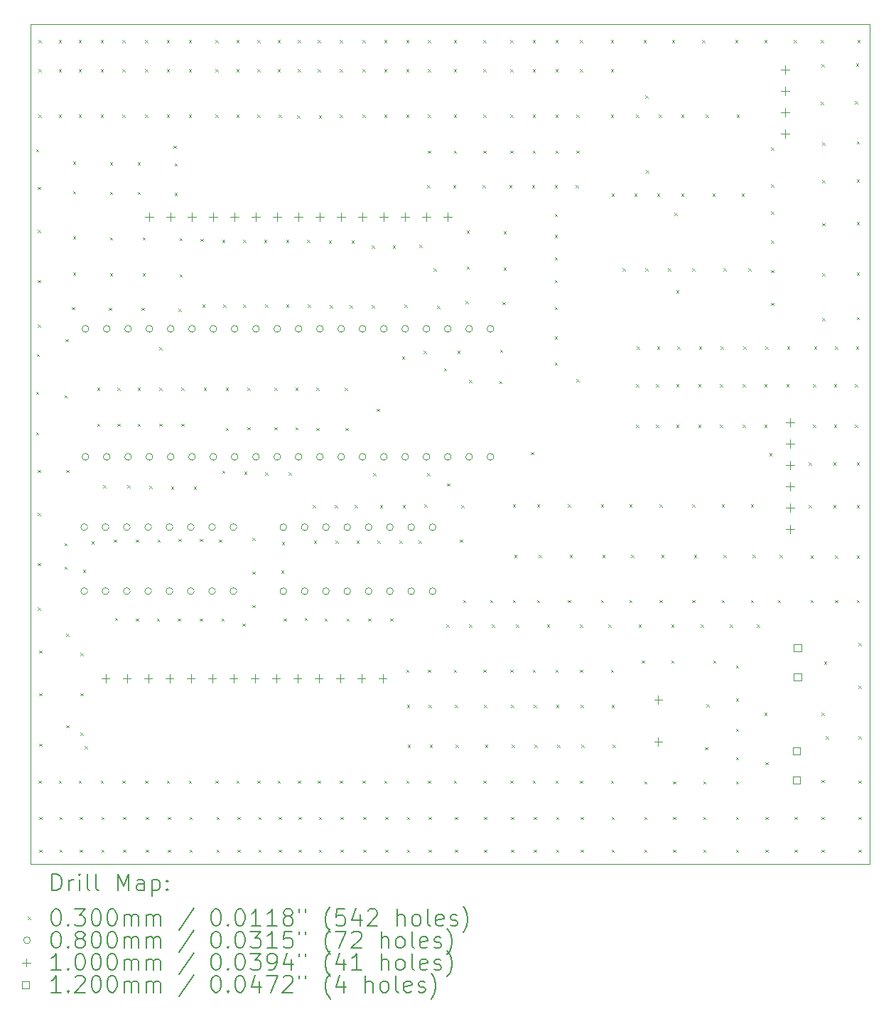
<source format=gbr>
%TF.GenerationSoftware,KiCad,Pcbnew,8.0.6*%
%TF.CreationDate,2024-12-02T12:53:20+01:00*%
%TF.ProjectId,PCB_Tester,5043425f-5465-4737-9465-722e6b696361,rev?*%
%TF.SameCoordinates,Original*%
%TF.FileFunction,Drillmap*%
%TF.FilePolarity,Positive*%
%FSLAX45Y45*%
G04 Gerber Fmt 4.5, Leading zero omitted, Abs format (unit mm)*
G04 Created by KiCad (PCBNEW 8.0.6) date 2024-12-02 12:53:20*
%MOMM*%
%LPD*%
G01*
G04 APERTURE LIST*
%ADD10C,0.050000*%
%ADD11C,0.200000*%
%ADD12C,0.100000*%
%ADD13C,0.120000*%
G04 APERTURE END LIST*
D10*
X19000000Y-14000000D02*
X9000000Y-14000000D01*
X19000000Y-4000000D02*
X19000000Y-14000000D01*
X9000000Y-14000000D02*
X9000000Y-4000000D01*
X9000000Y-4000000D02*
X19000000Y-4000000D01*
D11*
D12*
X9065000Y-5485000D02*
X9095000Y-5515000D01*
X9095000Y-5485000D02*
X9065000Y-5515000D01*
X9065000Y-8375000D02*
X9095000Y-8405000D01*
X9095000Y-8375000D02*
X9065000Y-8405000D01*
X9065000Y-8855000D02*
X9095000Y-8885000D01*
X9095000Y-8855000D02*
X9065000Y-8885000D01*
X9075000Y-7925000D02*
X9105000Y-7955000D01*
X9105000Y-7925000D02*
X9075000Y-7955000D01*
X9085000Y-5935000D02*
X9115000Y-5965000D01*
X9115000Y-5935000D02*
X9085000Y-5965000D01*
X9085000Y-6445000D02*
X9115000Y-6475000D01*
X9115000Y-6445000D02*
X9085000Y-6475000D01*
X9085000Y-7045000D02*
X9115000Y-7075000D01*
X9115000Y-7045000D02*
X9085000Y-7075000D01*
X9085000Y-7575000D02*
X9115000Y-7605000D01*
X9115000Y-7575000D02*
X9085000Y-7605000D01*
X9085000Y-9305000D02*
X9115000Y-9335000D01*
X9115000Y-9305000D02*
X9085000Y-9335000D01*
X9085000Y-9815000D02*
X9115000Y-9845000D01*
X9115000Y-9815000D02*
X9085000Y-9845000D01*
X9085000Y-10415000D02*
X9115000Y-10445000D01*
X9115000Y-10415000D02*
X9085000Y-10445000D01*
X9085000Y-10945000D02*
X9115000Y-10975000D01*
X9115000Y-10945000D02*
X9085000Y-10975000D01*
X9095000Y-4185000D02*
X9125000Y-4215000D01*
X9125000Y-4185000D02*
X9095000Y-4215000D01*
X9095000Y-4535000D02*
X9125000Y-4565000D01*
X9125000Y-4535000D02*
X9095000Y-4565000D01*
X9095000Y-5075000D02*
X9125000Y-5105000D01*
X9125000Y-5075000D02*
X9095000Y-5105000D01*
X9095000Y-13005000D02*
X9125000Y-13035000D01*
X9125000Y-13005000D02*
X9095000Y-13035000D01*
X9105000Y-11455000D02*
X9135000Y-11485000D01*
X9135000Y-11455000D02*
X9105000Y-11485000D01*
X9105000Y-11965000D02*
X9135000Y-11995000D01*
X9135000Y-11965000D02*
X9105000Y-11995000D01*
X9105000Y-12565000D02*
X9135000Y-12595000D01*
X9135000Y-12565000D02*
X9105000Y-12595000D01*
X9105000Y-13435000D02*
X9135000Y-13465000D01*
X9135000Y-13435000D02*
X9105000Y-13465000D01*
X9105000Y-13825000D02*
X9135000Y-13855000D01*
X9135000Y-13825000D02*
X9105000Y-13855000D01*
X9335000Y-4185000D02*
X9365000Y-4215000D01*
X9365000Y-4185000D02*
X9335000Y-4215000D01*
X9335000Y-4535000D02*
X9365000Y-4565000D01*
X9365000Y-4535000D02*
X9335000Y-4565000D01*
X9335000Y-5075000D02*
X9365000Y-5105000D01*
X9365000Y-5075000D02*
X9335000Y-5105000D01*
X9335000Y-13005000D02*
X9365000Y-13035000D01*
X9365000Y-13005000D02*
X9335000Y-13035000D01*
X9345000Y-13435000D02*
X9375000Y-13465000D01*
X9375000Y-13435000D02*
X9345000Y-13465000D01*
X9345000Y-13825000D02*
X9375000Y-13855000D01*
X9375000Y-13825000D02*
X9345000Y-13855000D01*
X9405000Y-8415000D02*
X9435000Y-8445000D01*
X9435000Y-8415000D02*
X9405000Y-8445000D01*
X9405000Y-10175000D02*
X9435000Y-10205000D01*
X9435000Y-10175000D02*
X9405000Y-10205000D01*
X9405000Y-10455000D02*
X9435000Y-10485000D01*
X9435000Y-10455000D02*
X9405000Y-10485000D01*
X9415000Y-7745000D02*
X9445000Y-7775000D01*
X9445000Y-7745000D02*
X9415000Y-7775000D01*
X9425000Y-9305000D02*
X9455000Y-9335000D01*
X9455000Y-9305000D02*
X9425000Y-9335000D01*
X9425000Y-11255000D02*
X9455000Y-11285000D01*
X9455000Y-11255000D02*
X9425000Y-11285000D01*
X9425000Y-12345000D02*
X9455000Y-12375000D01*
X9455000Y-12345000D02*
X9425000Y-12375000D01*
X9495000Y-7365000D02*
X9525000Y-7395000D01*
X9525000Y-7365000D02*
X9495000Y-7395000D01*
X9505000Y-5635000D02*
X9535000Y-5665000D01*
X9535000Y-5635000D02*
X9505000Y-5665000D01*
X9505000Y-5985000D02*
X9535000Y-6015000D01*
X9535000Y-5985000D02*
X9505000Y-6015000D01*
X9505000Y-6525000D02*
X9535000Y-6555000D01*
X9535000Y-6525000D02*
X9505000Y-6555000D01*
X9505000Y-6955000D02*
X9535000Y-6985000D01*
X9535000Y-6955000D02*
X9505000Y-6985000D01*
X9575000Y-4185000D02*
X9605000Y-4215000D01*
X9605000Y-4185000D02*
X9575000Y-4215000D01*
X9575000Y-4535000D02*
X9605000Y-4565000D01*
X9605000Y-4535000D02*
X9575000Y-4565000D01*
X9575000Y-5075000D02*
X9605000Y-5105000D01*
X9605000Y-5075000D02*
X9575000Y-5105000D01*
X9575000Y-13005000D02*
X9605000Y-13035000D01*
X9605000Y-13005000D02*
X9575000Y-13035000D01*
X9585000Y-13435000D02*
X9615000Y-13465000D01*
X9615000Y-13435000D02*
X9585000Y-13465000D01*
X9585000Y-13825000D02*
X9615000Y-13855000D01*
X9615000Y-13825000D02*
X9585000Y-13855000D01*
X9595000Y-11485000D02*
X9625000Y-11515000D01*
X9625000Y-11485000D02*
X9595000Y-11515000D01*
X9595000Y-11965000D02*
X9625000Y-11995000D01*
X9625000Y-11965000D02*
X9595000Y-11995000D01*
X9595000Y-12435000D02*
X9625000Y-12465000D01*
X9625000Y-12435000D02*
X9595000Y-12465000D01*
X9625000Y-10495000D02*
X9655000Y-10525000D01*
X9655000Y-10495000D02*
X9625000Y-10525000D01*
X9645000Y-12595000D02*
X9675000Y-12625000D01*
X9675000Y-12595000D02*
X9645000Y-12625000D01*
X9725000Y-10155000D02*
X9755000Y-10185000D01*
X9755000Y-10155000D02*
X9725000Y-10185000D01*
X9795000Y-8325000D02*
X9825000Y-8355000D01*
X9825000Y-8325000D02*
X9795000Y-8355000D01*
X9795000Y-8755000D02*
X9825000Y-8785000D01*
X9825000Y-8755000D02*
X9795000Y-8785000D01*
X9835000Y-4185000D02*
X9865000Y-4215000D01*
X9865000Y-4185000D02*
X9835000Y-4215000D01*
X9835000Y-4535000D02*
X9865000Y-4565000D01*
X9865000Y-4535000D02*
X9835000Y-4565000D01*
X9835000Y-5075000D02*
X9865000Y-5105000D01*
X9865000Y-5075000D02*
X9835000Y-5105000D01*
X9835000Y-13005000D02*
X9865000Y-13035000D01*
X9865000Y-13005000D02*
X9835000Y-13035000D01*
X9845000Y-13435000D02*
X9875000Y-13465000D01*
X9875000Y-13435000D02*
X9845000Y-13465000D01*
X9845000Y-13825000D02*
X9875000Y-13855000D01*
X9875000Y-13825000D02*
X9845000Y-13855000D01*
X9865000Y-9485000D02*
X9895000Y-9515000D01*
X9895000Y-9485000D02*
X9865000Y-9515000D01*
X9935000Y-7375000D02*
X9965000Y-7405000D01*
X9965000Y-7375000D02*
X9935000Y-7405000D01*
X9945000Y-5645000D02*
X9975000Y-5675000D01*
X9975000Y-5645000D02*
X9945000Y-5675000D01*
X9945000Y-5995000D02*
X9975000Y-6025000D01*
X9975000Y-5995000D02*
X9945000Y-6025000D01*
X9945000Y-6535000D02*
X9975000Y-6565000D01*
X9975000Y-6535000D02*
X9945000Y-6565000D01*
X9945000Y-6965000D02*
X9975000Y-6995000D01*
X9975000Y-6965000D02*
X9945000Y-6995000D01*
X9995000Y-10135000D02*
X10025000Y-10165000D01*
X10025000Y-10135000D02*
X9995000Y-10165000D01*
X10005000Y-11065000D02*
X10035000Y-11095000D01*
X10035000Y-11065000D02*
X10005000Y-11095000D01*
X10035000Y-8325000D02*
X10065000Y-8355000D01*
X10065000Y-8325000D02*
X10035000Y-8355000D01*
X10035000Y-8755000D02*
X10065000Y-8785000D01*
X10065000Y-8755000D02*
X10035000Y-8785000D01*
X10095000Y-4185000D02*
X10125000Y-4215000D01*
X10125000Y-4185000D02*
X10095000Y-4215000D01*
X10095000Y-4535000D02*
X10125000Y-4565000D01*
X10125000Y-4535000D02*
X10095000Y-4565000D01*
X10095000Y-5075000D02*
X10125000Y-5105000D01*
X10125000Y-5075000D02*
X10095000Y-5105000D01*
X10095000Y-13005000D02*
X10125000Y-13035000D01*
X10125000Y-13005000D02*
X10095000Y-13035000D01*
X10105000Y-13435000D02*
X10135000Y-13465000D01*
X10135000Y-13435000D02*
X10105000Y-13465000D01*
X10105000Y-13825000D02*
X10135000Y-13855000D01*
X10135000Y-13825000D02*
X10105000Y-13855000D01*
X10155000Y-9485000D02*
X10185000Y-9515000D01*
X10185000Y-9485000D02*
X10155000Y-9515000D01*
X10255000Y-10135000D02*
X10285000Y-10165000D01*
X10285000Y-10135000D02*
X10255000Y-10165000D01*
X10255000Y-11075000D02*
X10285000Y-11105000D01*
X10285000Y-11075000D02*
X10255000Y-11105000D01*
X10275000Y-5645000D02*
X10305000Y-5675000D01*
X10305000Y-5645000D02*
X10275000Y-5675000D01*
X10275000Y-5995000D02*
X10305000Y-6025000D01*
X10305000Y-5995000D02*
X10275000Y-6025000D01*
X10275000Y-8325000D02*
X10305000Y-8355000D01*
X10305000Y-8325000D02*
X10275000Y-8355000D01*
X10275000Y-8755000D02*
X10305000Y-8785000D01*
X10305000Y-8755000D02*
X10275000Y-8785000D01*
X10325000Y-7375000D02*
X10355000Y-7405000D01*
X10355000Y-7375000D02*
X10325000Y-7405000D01*
X10335000Y-6535000D02*
X10365000Y-6565000D01*
X10365000Y-6535000D02*
X10335000Y-6565000D01*
X10335000Y-6965000D02*
X10365000Y-6995000D01*
X10365000Y-6965000D02*
X10335000Y-6995000D01*
X10365000Y-4185000D02*
X10395000Y-4215000D01*
X10395000Y-4185000D02*
X10365000Y-4215000D01*
X10365000Y-4535000D02*
X10395000Y-4565000D01*
X10395000Y-4535000D02*
X10365000Y-4565000D01*
X10365000Y-5075000D02*
X10395000Y-5105000D01*
X10395000Y-5075000D02*
X10365000Y-5105000D01*
X10365000Y-13005000D02*
X10395000Y-13035000D01*
X10395000Y-13005000D02*
X10365000Y-13035000D01*
X10375000Y-13435000D02*
X10405000Y-13465000D01*
X10405000Y-13435000D02*
X10375000Y-13465000D01*
X10375000Y-13825000D02*
X10405000Y-13855000D01*
X10405000Y-13825000D02*
X10375000Y-13855000D01*
X10415000Y-9495000D02*
X10445000Y-9525000D01*
X10445000Y-9495000D02*
X10415000Y-9525000D01*
X10505000Y-11075000D02*
X10535000Y-11105000D01*
X10535000Y-11075000D02*
X10505000Y-11105000D01*
X10515000Y-10135000D02*
X10545000Y-10165000D01*
X10545000Y-10135000D02*
X10515000Y-10165000D01*
X10535000Y-7845000D02*
X10565000Y-7875000D01*
X10565000Y-7845000D02*
X10535000Y-7875000D01*
X10535000Y-8325000D02*
X10565000Y-8355000D01*
X10565000Y-8325000D02*
X10535000Y-8355000D01*
X10535000Y-8755000D02*
X10565000Y-8785000D01*
X10565000Y-8755000D02*
X10535000Y-8785000D01*
X10625000Y-4185000D02*
X10655000Y-4215000D01*
X10655000Y-4185000D02*
X10625000Y-4215000D01*
X10625000Y-4535000D02*
X10655000Y-4565000D01*
X10655000Y-4535000D02*
X10625000Y-4565000D01*
X10625000Y-5075000D02*
X10655000Y-5105000D01*
X10655000Y-5075000D02*
X10625000Y-5105000D01*
X10625000Y-13005000D02*
X10655000Y-13035000D01*
X10655000Y-13005000D02*
X10625000Y-13035000D01*
X10635000Y-13435000D02*
X10665000Y-13465000D01*
X10665000Y-13435000D02*
X10635000Y-13465000D01*
X10635000Y-13825000D02*
X10665000Y-13855000D01*
X10665000Y-13825000D02*
X10635000Y-13855000D01*
X10675000Y-9505000D02*
X10705000Y-9535000D01*
X10705000Y-9505000D02*
X10675000Y-9535000D01*
X10705000Y-5445000D02*
X10735000Y-5475000D01*
X10735000Y-5445000D02*
X10705000Y-5475000D01*
X10715000Y-5655000D02*
X10745000Y-5685000D01*
X10745000Y-5655000D02*
X10715000Y-5685000D01*
X10715000Y-6005000D02*
X10745000Y-6035000D01*
X10745000Y-6005000D02*
X10715000Y-6035000D01*
X10755000Y-11075000D02*
X10785000Y-11105000D01*
X10785000Y-11075000D02*
X10755000Y-11105000D01*
X10765000Y-7385000D02*
X10795000Y-7415000D01*
X10795000Y-7385000D02*
X10765000Y-7415000D01*
X10765000Y-10125000D02*
X10795000Y-10155000D01*
X10795000Y-10125000D02*
X10765000Y-10155000D01*
X10775000Y-6545000D02*
X10805000Y-6575000D01*
X10805000Y-6545000D02*
X10775000Y-6575000D01*
X10775000Y-6975000D02*
X10805000Y-7005000D01*
X10805000Y-6975000D02*
X10775000Y-7005000D01*
X10795000Y-8325000D02*
X10825000Y-8355000D01*
X10825000Y-8325000D02*
X10795000Y-8355000D01*
X10795000Y-8755000D02*
X10825000Y-8785000D01*
X10825000Y-8755000D02*
X10795000Y-8785000D01*
X10885000Y-4185000D02*
X10915000Y-4215000D01*
X10915000Y-4185000D02*
X10885000Y-4215000D01*
X10885000Y-4535000D02*
X10915000Y-4565000D01*
X10915000Y-4535000D02*
X10885000Y-4565000D01*
X10885000Y-5075000D02*
X10915000Y-5105000D01*
X10915000Y-5075000D02*
X10885000Y-5105000D01*
X10885000Y-13005000D02*
X10915000Y-13035000D01*
X10915000Y-13005000D02*
X10885000Y-13035000D01*
X10895000Y-13435000D02*
X10925000Y-13465000D01*
X10925000Y-13435000D02*
X10895000Y-13465000D01*
X10895000Y-13825000D02*
X10925000Y-13855000D01*
X10925000Y-13825000D02*
X10895000Y-13855000D01*
X10945000Y-9505000D02*
X10975000Y-9535000D01*
X10975000Y-9505000D02*
X10945000Y-9535000D01*
X11015000Y-10125000D02*
X11045000Y-10155000D01*
X11045000Y-10125000D02*
X11015000Y-10155000D01*
X11015000Y-11075000D02*
X11045000Y-11105000D01*
X11045000Y-11075000D02*
X11015000Y-11105000D01*
X11025000Y-6555000D02*
X11055000Y-6585000D01*
X11055000Y-6555000D02*
X11025000Y-6585000D01*
X11045000Y-7335000D02*
X11075000Y-7365000D01*
X11075000Y-7335000D02*
X11045000Y-7365000D01*
X11065000Y-8325000D02*
X11095000Y-8355000D01*
X11095000Y-8325000D02*
X11065000Y-8355000D01*
X11205000Y-4185000D02*
X11235000Y-4215000D01*
X11235000Y-4185000D02*
X11205000Y-4215000D01*
X11205000Y-4535000D02*
X11235000Y-4565000D01*
X11235000Y-4535000D02*
X11205000Y-4565000D01*
X11205000Y-5075000D02*
X11235000Y-5105000D01*
X11235000Y-5075000D02*
X11205000Y-5105000D01*
X11205000Y-13005000D02*
X11235000Y-13035000D01*
X11235000Y-13005000D02*
X11205000Y-13035000D01*
X11215000Y-13435000D02*
X11245000Y-13465000D01*
X11245000Y-13435000D02*
X11215000Y-13465000D01*
X11215000Y-13825000D02*
X11245000Y-13855000D01*
X11245000Y-13825000D02*
X11215000Y-13855000D01*
X11245000Y-10135000D02*
X11275000Y-10165000D01*
X11275000Y-10135000D02*
X11245000Y-10165000D01*
X11275000Y-11075000D02*
X11305000Y-11105000D01*
X11305000Y-11075000D02*
X11275000Y-11105000D01*
X11285000Y-6565000D02*
X11315000Y-6595000D01*
X11315000Y-6565000D02*
X11285000Y-6595000D01*
X11285000Y-9315000D02*
X11315000Y-9345000D01*
X11315000Y-9315000D02*
X11285000Y-9345000D01*
X11295000Y-7335000D02*
X11325000Y-7365000D01*
X11325000Y-7335000D02*
X11295000Y-7365000D01*
X11325000Y-8325000D02*
X11355000Y-8355000D01*
X11355000Y-8325000D02*
X11325000Y-8355000D01*
X11325000Y-8805000D02*
X11355000Y-8835000D01*
X11355000Y-8805000D02*
X11325000Y-8835000D01*
X11455000Y-4185000D02*
X11485000Y-4215000D01*
X11485000Y-4185000D02*
X11455000Y-4215000D01*
X11455000Y-4535000D02*
X11485000Y-4565000D01*
X11485000Y-4535000D02*
X11455000Y-4565000D01*
X11455000Y-5075000D02*
X11485000Y-5105000D01*
X11485000Y-5075000D02*
X11455000Y-5105000D01*
X11455000Y-13005000D02*
X11485000Y-13035000D01*
X11485000Y-13005000D02*
X11455000Y-13035000D01*
X11465000Y-13435000D02*
X11495000Y-13465000D01*
X11495000Y-13435000D02*
X11465000Y-13465000D01*
X11465000Y-13825000D02*
X11495000Y-13855000D01*
X11495000Y-13825000D02*
X11465000Y-13855000D01*
X11525000Y-11135000D02*
X11555000Y-11165000D01*
X11555000Y-11135000D02*
X11525000Y-11165000D01*
X11535000Y-6565000D02*
X11565000Y-6595000D01*
X11565000Y-6565000D02*
X11535000Y-6595000D01*
X11535000Y-7335000D02*
X11565000Y-7365000D01*
X11565000Y-7335000D02*
X11535000Y-7365000D01*
X11545000Y-9325000D02*
X11575000Y-9355000D01*
X11575000Y-9325000D02*
X11545000Y-9355000D01*
X11585000Y-8325000D02*
X11615000Y-8355000D01*
X11615000Y-8325000D02*
X11585000Y-8355000D01*
X11585000Y-8795000D02*
X11615000Y-8825000D01*
X11615000Y-8795000D02*
X11585000Y-8825000D01*
X11645000Y-10115000D02*
X11675000Y-10145000D01*
X11675000Y-10115000D02*
X11645000Y-10145000D01*
X11645000Y-10515000D02*
X11675000Y-10545000D01*
X11675000Y-10515000D02*
X11645000Y-10545000D01*
X11645000Y-10915000D02*
X11675000Y-10945000D01*
X11675000Y-10915000D02*
X11645000Y-10945000D01*
X11705000Y-4185000D02*
X11735000Y-4215000D01*
X11735000Y-4185000D02*
X11705000Y-4215000D01*
X11705000Y-4535000D02*
X11735000Y-4565000D01*
X11735000Y-4535000D02*
X11705000Y-4565000D01*
X11705000Y-5075000D02*
X11735000Y-5105000D01*
X11735000Y-5075000D02*
X11705000Y-5105000D01*
X11705000Y-13005000D02*
X11735000Y-13035000D01*
X11735000Y-13005000D02*
X11705000Y-13035000D01*
X11715000Y-13435000D02*
X11745000Y-13465000D01*
X11745000Y-13435000D02*
X11715000Y-13465000D01*
X11715000Y-13825000D02*
X11745000Y-13855000D01*
X11745000Y-13825000D02*
X11715000Y-13855000D01*
X11785000Y-6565000D02*
X11815000Y-6595000D01*
X11815000Y-6565000D02*
X11785000Y-6595000D01*
X11795000Y-7335000D02*
X11825000Y-7365000D01*
X11825000Y-7335000D02*
X11795000Y-7365000D01*
X11795000Y-9335000D02*
X11825000Y-9365000D01*
X11825000Y-9335000D02*
X11795000Y-9365000D01*
X11905000Y-8325000D02*
X11935000Y-8355000D01*
X11935000Y-8325000D02*
X11905000Y-8355000D01*
X11905000Y-8795000D02*
X11935000Y-8825000D01*
X11935000Y-8795000D02*
X11905000Y-8825000D01*
X11945000Y-4185000D02*
X11975000Y-4215000D01*
X11975000Y-4185000D02*
X11945000Y-4215000D01*
X11945000Y-4535000D02*
X11975000Y-4565000D01*
X11975000Y-4535000D02*
X11945000Y-4565000D01*
X11945000Y-13005000D02*
X11975000Y-13035000D01*
X11975000Y-13005000D02*
X11945000Y-13035000D01*
X11955000Y-5075000D02*
X11985000Y-5105000D01*
X11985000Y-5075000D02*
X11955000Y-5105000D01*
X11955000Y-13435000D02*
X11985000Y-13465000D01*
X11985000Y-13435000D02*
X11955000Y-13465000D01*
X11955000Y-13825000D02*
X11985000Y-13855000D01*
X11985000Y-13825000D02*
X11955000Y-13855000D01*
X11985000Y-10505000D02*
X12015000Y-10535000D01*
X12015000Y-10505000D02*
X11985000Y-10535000D01*
X11995000Y-10165000D02*
X12025000Y-10195000D01*
X12025000Y-10165000D02*
X11995000Y-10195000D01*
X12015000Y-11075000D02*
X12045000Y-11105000D01*
X12045000Y-11075000D02*
X12015000Y-11105000D01*
X12045000Y-6565000D02*
X12075000Y-6595000D01*
X12075000Y-6565000D02*
X12045000Y-6595000D01*
X12045000Y-7335000D02*
X12075000Y-7365000D01*
X12075000Y-7335000D02*
X12045000Y-7365000D01*
X12075000Y-9335000D02*
X12105000Y-9365000D01*
X12105000Y-9335000D02*
X12075000Y-9365000D01*
X12155000Y-8325000D02*
X12185000Y-8355000D01*
X12185000Y-8325000D02*
X12155000Y-8355000D01*
X12155000Y-8795000D02*
X12185000Y-8825000D01*
X12185000Y-8795000D02*
X12155000Y-8825000D01*
X12175000Y-5085000D02*
X12205000Y-5115000D01*
X12205000Y-5085000D02*
X12175000Y-5115000D01*
X12185000Y-4185000D02*
X12215000Y-4215000D01*
X12215000Y-4185000D02*
X12185000Y-4215000D01*
X12185000Y-4535000D02*
X12215000Y-4565000D01*
X12215000Y-4535000D02*
X12185000Y-4565000D01*
X12185000Y-13005000D02*
X12215000Y-13035000D01*
X12215000Y-13005000D02*
X12185000Y-13035000D01*
X12195000Y-13435000D02*
X12225000Y-13465000D01*
X12225000Y-13435000D02*
X12195000Y-13465000D01*
X12195000Y-13825000D02*
X12225000Y-13855000D01*
X12225000Y-13825000D02*
X12195000Y-13855000D01*
X12265000Y-11065000D02*
X12295000Y-11095000D01*
X12295000Y-11065000D02*
X12265000Y-11095000D01*
X12295000Y-6565000D02*
X12325000Y-6595000D01*
X12325000Y-6565000D02*
X12295000Y-6595000D01*
X12305000Y-7335000D02*
X12335000Y-7365000D01*
X12335000Y-7335000D02*
X12305000Y-7365000D01*
X12365000Y-9725000D02*
X12395000Y-9755000D01*
X12395000Y-9725000D02*
X12365000Y-9755000D01*
X12375000Y-10145000D02*
X12405000Y-10175000D01*
X12405000Y-10145000D02*
X12375000Y-10175000D01*
X12405000Y-8325000D02*
X12435000Y-8355000D01*
X12435000Y-8325000D02*
X12405000Y-8355000D01*
X12405000Y-8805000D02*
X12435000Y-8835000D01*
X12435000Y-8805000D02*
X12405000Y-8835000D01*
X12425000Y-4185000D02*
X12455000Y-4215000D01*
X12455000Y-4185000D02*
X12425000Y-4215000D01*
X12425000Y-4535000D02*
X12455000Y-4565000D01*
X12455000Y-4535000D02*
X12425000Y-4565000D01*
X12425000Y-13005000D02*
X12455000Y-13035000D01*
X12455000Y-13005000D02*
X12425000Y-13035000D01*
X12435000Y-5085000D02*
X12465000Y-5115000D01*
X12465000Y-5085000D02*
X12435000Y-5115000D01*
X12435000Y-13435000D02*
X12465000Y-13465000D01*
X12465000Y-13435000D02*
X12435000Y-13465000D01*
X12435000Y-13825000D02*
X12465000Y-13855000D01*
X12465000Y-13825000D02*
X12435000Y-13855000D01*
X12505000Y-11075000D02*
X12535000Y-11105000D01*
X12535000Y-11075000D02*
X12505000Y-11105000D01*
X12555000Y-6575000D02*
X12585000Y-6605000D01*
X12585000Y-6575000D02*
X12555000Y-6605000D01*
X12565000Y-7345000D02*
X12595000Y-7375000D01*
X12595000Y-7345000D02*
X12565000Y-7375000D01*
X12625000Y-9725000D02*
X12655000Y-9755000D01*
X12655000Y-9725000D02*
X12625000Y-9755000D01*
X12635000Y-10145000D02*
X12665000Y-10175000D01*
X12665000Y-10145000D02*
X12635000Y-10175000D01*
X12685000Y-4185000D02*
X12715000Y-4215000D01*
X12715000Y-4185000D02*
X12685000Y-4215000D01*
X12685000Y-4535000D02*
X12715000Y-4565000D01*
X12715000Y-4535000D02*
X12685000Y-4565000D01*
X12685000Y-5075000D02*
X12715000Y-5105000D01*
X12715000Y-5075000D02*
X12685000Y-5105000D01*
X12685000Y-13005000D02*
X12715000Y-13035000D01*
X12715000Y-13005000D02*
X12685000Y-13035000D01*
X12695000Y-13435000D02*
X12725000Y-13465000D01*
X12725000Y-13435000D02*
X12695000Y-13465000D01*
X12695000Y-13825000D02*
X12725000Y-13855000D01*
X12725000Y-13825000D02*
X12695000Y-13855000D01*
X12745000Y-8325000D02*
X12775000Y-8355000D01*
X12775000Y-8325000D02*
X12745000Y-8355000D01*
X12755000Y-8805000D02*
X12785000Y-8835000D01*
X12785000Y-8805000D02*
X12755000Y-8835000D01*
X12765000Y-11075000D02*
X12795000Y-11105000D01*
X12795000Y-11075000D02*
X12765000Y-11105000D01*
X12805000Y-7345000D02*
X12835000Y-7375000D01*
X12835000Y-7345000D02*
X12805000Y-7375000D01*
X12825000Y-6575000D02*
X12855000Y-6605000D01*
X12855000Y-6575000D02*
X12825000Y-6605000D01*
X12865000Y-9725000D02*
X12895000Y-9755000D01*
X12895000Y-9725000D02*
X12865000Y-9755000D01*
X12885000Y-10145000D02*
X12915000Y-10175000D01*
X12915000Y-10145000D02*
X12885000Y-10175000D01*
X12955000Y-4185000D02*
X12985000Y-4215000D01*
X12985000Y-4185000D02*
X12955000Y-4215000D01*
X12955000Y-4535000D02*
X12985000Y-4565000D01*
X12985000Y-4535000D02*
X12955000Y-4565000D01*
X12955000Y-5075000D02*
X12985000Y-5105000D01*
X12985000Y-5075000D02*
X12955000Y-5105000D01*
X12955000Y-13005000D02*
X12985000Y-13035000D01*
X12985000Y-13005000D02*
X12955000Y-13035000D01*
X12965000Y-13435000D02*
X12995000Y-13465000D01*
X12995000Y-13435000D02*
X12965000Y-13465000D01*
X12965000Y-13825000D02*
X12995000Y-13855000D01*
X12995000Y-13825000D02*
X12965000Y-13855000D01*
X13025000Y-11075000D02*
X13055000Y-11105000D01*
X13055000Y-11075000D02*
X13025000Y-11105000D01*
X13065000Y-6635000D02*
X13095000Y-6665000D01*
X13095000Y-6635000D02*
X13065000Y-6665000D01*
X13065000Y-7345000D02*
X13095000Y-7375000D01*
X13095000Y-7345000D02*
X13065000Y-7375000D01*
X13085000Y-9345000D02*
X13115000Y-9375000D01*
X13115000Y-9345000D02*
X13085000Y-9375000D01*
X13125000Y-8575000D02*
X13155000Y-8605000D01*
X13155000Y-8575000D02*
X13125000Y-8605000D01*
X13135000Y-10145000D02*
X13165000Y-10175000D01*
X13165000Y-10145000D02*
X13135000Y-10175000D01*
X13165000Y-9725000D02*
X13195000Y-9755000D01*
X13195000Y-9725000D02*
X13165000Y-9755000D01*
X13215000Y-4185000D02*
X13245000Y-4215000D01*
X13245000Y-4185000D02*
X13215000Y-4215000D01*
X13215000Y-4535000D02*
X13245000Y-4565000D01*
X13245000Y-4535000D02*
X13215000Y-4565000D01*
X13215000Y-5075000D02*
X13245000Y-5105000D01*
X13245000Y-5075000D02*
X13215000Y-5105000D01*
X13215000Y-13005000D02*
X13245000Y-13035000D01*
X13245000Y-13005000D02*
X13215000Y-13035000D01*
X13225000Y-13435000D02*
X13255000Y-13465000D01*
X13255000Y-13435000D02*
X13225000Y-13465000D01*
X13225000Y-13825000D02*
X13255000Y-13855000D01*
X13255000Y-13825000D02*
X13225000Y-13855000D01*
X13285000Y-11075000D02*
X13315000Y-11105000D01*
X13315000Y-11075000D02*
X13285000Y-11105000D01*
X13315000Y-6635000D02*
X13345000Y-6665000D01*
X13345000Y-6635000D02*
X13315000Y-6665000D01*
X13395000Y-10145000D02*
X13425000Y-10175000D01*
X13425000Y-10145000D02*
X13395000Y-10175000D01*
X13425000Y-7955000D02*
X13455000Y-7985000D01*
X13455000Y-7955000D02*
X13425000Y-7985000D01*
X13435000Y-9725000D02*
X13465000Y-9755000D01*
X13465000Y-9725000D02*
X13435000Y-9755000D01*
X13455000Y-7335000D02*
X13485000Y-7365000D01*
X13485000Y-7335000D02*
X13455000Y-7365000D01*
X13475000Y-4185000D02*
X13505000Y-4215000D01*
X13505000Y-4185000D02*
X13475000Y-4215000D01*
X13475000Y-4535000D02*
X13505000Y-4565000D01*
X13505000Y-4535000D02*
X13475000Y-4565000D01*
X13475000Y-5075000D02*
X13505000Y-5105000D01*
X13505000Y-5075000D02*
X13475000Y-5105000D01*
X13475000Y-11685000D02*
X13505000Y-11715000D01*
X13505000Y-11685000D02*
X13475000Y-11715000D01*
X13475000Y-13005000D02*
X13505000Y-13035000D01*
X13505000Y-13005000D02*
X13475000Y-13035000D01*
X13485000Y-12105000D02*
X13515000Y-12135000D01*
X13515000Y-12105000D02*
X13485000Y-12135000D01*
X13485000Y-13435000D02*
X13515000Y-13465000D01*
X13515000Y-13435000D02*
X13485000Y-13465000D01*
X13485000Y-13825000D02*
X13515000Y-13855000D01*
X13515000Y-13825000D02*
X13485000Y-13855000D01*
X13495000Y-12575000D02*
X13525000Y-12605000D01*
X13525000Y-12575000D02*
X13495000Y-12605000D01*
X13625000Y-10145000D02*
X13655000Y-10175000D01*
X13655000Y-10145000D02*
X13625000Y-10175000D01*
X13635000Y-6625000D02*
X13665000Y-6655000D01*
X13665000Y-6625000D02*
X13635000Y-6655000D01*
X13685000Y-7885000D02*
X13715000Y-7915000D01*
X13715000Y-7885000D02*
X13685000Y-7915000D01*
X13695000Y-9715000D02*
X13725000Y-9745000D01*
X13725000Y-9715000D02*
X13695000Y-9745000D01*
X13725000Y-5915000D02*
X13755000Y-5945000D01*
X13755000Y-5915000D02*
X13725000Y-5945000D01*
X13725000Y-9345000D02*
X13755000Y-9375000D01*
X13755000Y-9345000D02*
X13725000Y-9375000D01*
X13735000Y-4185000D02*
X13765000Y-4215000D01*
X13765000Y-4185000D02*
X13735000Y-4215000D01*
X13735000Y-4535000D02*
X13765000Y-4565000D01*
X13765000Y-4535000D02*
X13735000Y-4565000D01*
X13735000Y-5075000D02*
X13765000Y-5105000D01*
X13765000Y-5075000D02*
X13735000Y-5105000D01*
X13735000Y-5505000D02*
X13765000Y-5535000D01*
X13765000Y-5505000D02*
X13735000Y-5535000D01*
X13735000Y-11685000D02*
X13765000Y-11715000D01*
X13765000Y-11685000D02*
X13735000Y-11715000D01*
X13735000Y-13005000D02*
X13765000Y-13035000D01*
X13765000Y-13005000D02*
X13735000Y-13035000D01*
X13745000Y-12105000D02*
X13775000Y-12135000D01*
X13775000Y-12105000D02*
X13745000Y-12135000D01*
X13745000Y-13435000D02*
X13775000Y-13465000D01*
X13775000Y-13435000D02*
X13745000Y-13465000D01*
X13745000Y-13825000D02*
X13775000Y-13855000D01*
X13775000Y-13825000D02*
X13745000Y-13855000D01*
X13755000Y-12575000D02*
X13785000Y-12605000D01*
X13785000Y-12575000D02*
X13755000Y-12605000D01*
X13805000Y-6905000D02*
X13835000Y-6935000D01*
X13835000Y-6905000D02*
X13805000Y-6935000D01*
X13845000Y-7355000D02*
X13875000Y-7385000D01*
X13875000Y-7355000D02*
X13845000Y-7385000D01*
X13925000Y-8095000D02*
X13955000Y-8125000D01*
X13955000Y-8095000D02*
X13925000Y-8125000D01*
X13955000Y-11145000D02*
X13985000Y-11175000D01*
X13985000Y-11145000D02*
X13955000Y-11175000D01*
X13965000Y-9465000D02*
X13995000Y-9495000D01*
X13995000Y-9465000D02*
X13965000Y-9495000D01*
X14035000Y-5915000D02*
X14065000Y-5945000D01*
X14065000Y-5915000D02*
X14035000Y-5945000D01*
X14045000Y-4185000D02*
X14075000Y-4215000D01*
X14075000Y-4185000D02*
X14045000Y-4215000D01*
X14045000Y-4535000D02*
X14075000Y-4565000D01*
X14075000Y-4535000D02*
X14045000Y-4565000D01*
X14045000Y-5075000D02*
X14075000Y-5105000D01*
X14075000Y-5075000D02*
X14045000Y-5105000D01*
X14045000Y-5505000D02*
X14075000Y-5535000D01*
X14075000Y-5505000D02*
X14045000Y-5535000D01*
X14045000Y-11685000D02*
X14075000Y-11715000D01*
X14075000Y-11685000D02*
X14045000Y-11715000D01*
X14045000Y-13005000D02*
X14075000Y-13035000D01*
X14075000Y-13005000D02*
X14045000Y-13035000D01*
X14055000Y-12105000D02*
X14085000Y-12135000D01*
X14085000Y-12105000D02*
X14055000Y-12135000D01*
X14055000Y-13435000D02*
X14085000Y-13465000D01*
X14085000Y-13435000D02*
X14055000Y-13465000D01*
X14055000Y-13825000D02*
X14085000Y-13855000D01*
X14085000Y-13825000D02*
X14055000Y-13855000D01*
X14065000Y-12575000D02*
X14095000Y-12605000D01*
X14095000Y-12575000D02*
X14065000Y-12605000D01*
X14085000Y-7885000D02*
X14115000Y-7915000D01*
X14115000Y-7885000D02*
X14085000Y-7915000D01*
X14115000Y-10135000D02*
X14145000Y-10165000D01*
X14145000Y-10135000D02*
X14115000Y-10165000D01*
X14135000Y-9725000D02*
X14165000Y-9755000D01*
X14165000Y-9725000D02*
X14135000Y-9755000D01*
X14155000Y-10855000D02*
X14185000Y-10885000D01*
X14185000Y-10855000D02*
X14155000Y-10885000D01*
X14185000Y-7295000D02*
X14215000Y-7325000D01*
X14215000Y-7295000D02*
X14185000Y-7325000D01*
X14195000Y-6455000D02*
X14225000Y-6485000D01*
X14225000Y-6455000D02*
X14195000Y-6485000D01*
X14195000Y-6885000D02*
X14225000Y-6915000D01*
X14225000Y-6885000D02*
X14195000Y-6915000D01*
X14225000Y-8235000D02*
X14255000Y-8265000D01*
X14255000Y-8235000D02*
X14225000Y-8265000D01*
X14225000Y-11145000D02*
X14255000Y-11175000D01*
X14255000Y-11145000D02*
X14225000Y-11175000D01*
X14385000Y-5915000D02*
X14415000Y-5945000D01*
X14415000Y-5915000D02*
X14385000Y-5945000D01*
X14395000Y-4185000D02*
X14425000Y-4215000D01*
X14425000Y-4185000D02*
X14395000Y-4215000D01*
X14395000Y-4535000D02*
X14425000Y-4565000D01*
X14425000Y-4535000D02*
X14395000Y-4565000D01*
X14395000Y-5075000D02*
X14425000Y-5105000D01*
X14425000Y-5075000D02*
X14395000Y-5105000D01*
X14395000Y-5505000D02*
X14425000Y-5535000D01*
X14425000Y-5505000D02*
X14395000Y-5535000D01*
X14395000Y-11685000D02*
X14425000Y-11715000D01*
X14425000Y-11685000D02*
X14395000Y-11715000D01*
X14395000Y-13005000D02*
X14425000Y-13035000D01*
X14425000Y-13005000D02*
X14395000Y-13035000D01*
X14405000Y-12105000D02*
X14435000Y-12135000D01*
X14435000Y-12105000D02*
X14405000Y-12135000D01*
X14405000Y-13435000D02*
X14435000Y-13465000D01*
X14435000Y-13435000D02*
X14405000Y-13465000D01*
X14405000Y-13825000D02*
X14435000Y-13855000D01*
X14435000Y-13825000D02*
X14405000Y-13855000D01*
X14415000Y-12575000D02*
X14445000Y-12605000D01*
X14445000Y-12575000D02*
X14415000Y-12605000D01*
X14475000Y-10855000D02*
X14505000Y-10885000D01*
X14505000Y-10855000D02*
X14475000Y-10885000D01*
X14495000Y-11145000D02*
X14525000Y-11175000D01*
X14525000Y-11145000D02*
X14495000Y-11175000D01*
X14585000Y-8245000D02*
X14615000Y-8275000D01*
X14615000Y-8245000D02*
X14585000Y-8275000D01*
X14595000Y-7875000D02*
X14625000Y-7905000D01*
X14625000Y-7875000D02*
X14595000Y-7905000D01*
X14625000Y-7305000D02*
X14655000Y-7335000D01*
X14655000Y-7305000D02*
X14625000Y-7335000D01*
X14635000Y-6465000D02*
X14665000Y-6495000D01*
X14665000Y-6465000D02*
X14635000Y-6495000D01*
X14635000Y-6895000D02*
X14665000Y-6925000D01*
X14665000Y-6895000D02*
X14635000Y-6925000D01*
X14705000Y-5915000D02*
X14735000Y-5945000D01*
X14735000Y-5915000D02*
X14705000Y-5945000D01*
X14715000Y-4185000D02*
X14745000Y-4215000D01*
X14745000Y-4185000D02*
X14715000Y-4215000D01*
X14715000Y-4535000D02*
X14745000Y-4565000D01*
X14745000Y-4535000D02*
X14715000Y-4565000D01*
X14715000Y-5075000D02*
X14745000Y-5105000D01*
X14745000Y-5075000D02*
X14715000Y-5105000D01*
X14715000Y-5505000D02*
X14745000Y-5535000D01*
X14745000Y-5505000D02*
X14715000Y-5535000D01*
X14715000Y-11685000D02*
X14745000Y-11715000D01*
X14745000Y-11685000D02*
X14715000Y-11715000D01*
X14715000Y-13005000D02*
X14745000Y-13035000D01*
X14745000Y-13005000D02*
X14715000Y-13035000D01*
X14725000Y-12105000D02*
X14755000Y-12135000D01*
X14755000Y-12105000D02*
X14725000Y-12135000D01*
X14725000Y-13435000D02*
X14755000Y-13465000D01*
X14755000Y-13435000D02*
X14725000Y-13465000D01*
X14725000Y-13825000D02*
X14755000Y-13855000D01*
X14755000Y-13825000D02*
X14725000Y-13855000D01*
X14735000Y-12575000D02*
X14765000Y-12605000D01*
X14765000Y-12575000D02*
X14735000Y-12605000D01*
X14745000Y-9715000D02*
X14775000Y-9745000D01*
X14775000Y-9715000D02*
X14745000Y-9745000D01*
X14745000Y-10855000D02*
X14775000Y-10885000D01*
X14775000Y-10855000D02*
X14745000Y-10885000D01*
X14765000Y-10315000D02*
X14795000Y-10345000D01*
X14795000Y-10315000D02*
X14765000Y-10345000D01*
X14785000Y-11145000D02*
X14815000Y-11175000D01*
X14815000Y-11145000D02*
X14785000Y-11175000D01*
X14965000Y-9095000D02*
X14995000Y-9125000D01*
X14995000Y-9095000D02*
X14965000Y-9125000D01*
X14975000Y-5915000D02*
X15005000Y-5945000D01*
X15005000Y-5915000D02*
X14975000Y-5945000D01*
X14985000Y-4185000D02*
X15015000Y-4215000D01*
X15015000Y-4185000D02*
X14985000Y-4215000D01*
X14985000Y-4535000D02*
X15015000Y-4565000D01*
X15015000Y-4535000D02*
X14985000Y-4565000D01*
X14985000Y-5075000D02*
X15015000Y-5105000D01*
X15015000Y-5075000D02*
X14985000Y-5105000D01*
X14985000Y-5505000D02*
X15015000Y-5535000D01*
X15015000Y-5505000D02*
X14985000Y-5535000D01*
X14985000Y-11685000D02*
X15015000Y-11715000D01*
X15015000Y-11685000D02*
X14985000Y-11715000D01*
X14985000Y-13005000D02*
X15015000Y-13035000D01*
X15015000Y-13005000D02*
X14985000Y-13035000D01*
X14995000Y-12105000D02*
X15025000Y-12135000D01*
X15025000Y-12105000D02*
X14995000Y-12135000D01*
X14995000Y-13435000D02*
X15025000Y-13465000D01*
X15025000Y-13435000D02*
X14995000Y-13465000D01*
X14995000Y-13825000D02*
X15025000Y-13855000D01*
X15025000Y-13825000D02*
X14995000Y-13855000D01*
X15005000Y-12575000D02*
X15035000Y-12605000D01*
X15035000Y-12575000D02*
X15005000Y-12605000D01*
X15035000Y-9715000D02*
X15065000Y-9745000D01*
X15065000Y-9715000D02*
X15035000Y-9745000D01*
X15035000Y-10855000D02*
X15065000Y-10885000D01*
X15065000Y-10855000D02*
X15035000Y-10885000D01*
X15055000Y-10315000D02*
X15085000Y-10345000D01*
X15085000Y-10315000D02*
X15055000Y-10345000D01*
X15155000Y-11145000D02*
X15185000Y-11175000D01*
X15185000Y-11145000D02*
X15155000Y-11175000D01*
X15245000Y-5915000D02*
X15275000Y-5945000D01*
X15275000Y-5915000D02*
X15245000Y-5945000D01*
X15245000Y-6255000D02*
X15275000Y-6285000D01*
X15275000Y-6255000D02*
X15245000Y-6285000D01*
X15245000Y-6505000D02*
X15275000Y-6535000D01*
X15275000Y-6505000D02*
X15245000Y-6535000D01*
X15245000Y-6775000D02*
X15275000Y-6805000D01*
X15275000Y-6775000D02*
X15245000Y-6805000D01*
X15245000Y-7045000D02*
X15275000Y-7075000D01*
X15275000Y-7045000D02*
X15245000Y-7075000D01*
X15245000Y-7365000D02*
X15275000Y-7395000D01*
X15275000Y-7365000D02*
X15245000Y-7395000D01*
X15245000Y-7715000D02*
X15275000Y-7745000D01*
X15275000Y-7715000D02*
X15245000Y-7745000D01*
X15245000Y-8025000D02*
X15275000Y-8055000D01*
X15275000Y-8025000D02*
X15245000Y-8055000D01*
X15255000Y-4185000D02*
X15285000Y-4215000D01*
X15285000Y-4185000D02*
X15255000Y-4215000D01*
X15255000Y-4535000D02*
X15285000Y-4565000D01*
X15285000Y-4535000D02*
X15255000Y-4565000D01*
X15255000Y-5075000D02*
X15285000Y-5105000D01*
X15285000Y-5075000D02*
X15255000Y-5105000D01*
X15255000Y-5505000D02*
X15285000Y-5535000D01*
X15285000Y-5505000D02*
X15255000Y-5535000D01*
X15255000Y-11685000D02*
X15285000Y-11715000D01*
X15285000Y-11685000D02*
X15255000Y-11715000D01*
X15255000Y-13005000D02*
X15285000Y-13035000D01*
X15285000Y-13005000D02*
X15255000Y-13035000D01*
X15265000Y-12105000D02*
X15295000Y-12135000D01*
X15295000Y-12105000D02*
X15265000Y-12135000D01*
X15265000Y-13435000D02*
X15295000Y-13465000D01*
X15295000Y-13435000D02*
X15265000Y-13465000D01*
X15265000Y-13825000D02*
X15295000Y-13855000D01*
X15295000Y-13825000D02*
X15265000Y-13855000D01*
X15275000Y-12575000D02*
X15305000Y-12605000D01*
X15305000Y-12575000D02*
X15275000Y-12605000D01*
X15405000Y-9715000D02*
X15435000Y-9745000D01*
X15435000Y-9715000D02*
X15405000Y-9745000D01*
X15405000Y-10855000D02*
X15435000Y-10885000D01*
X15435000Y-10855000D02*
X15405000Y-10885000D01*
X15425000Y-10315000D02*
X15455000Y-10345000D01*
X15455000Y-10315000D02*
X15425000Y-10345000D01*
X15495000Y-5915000D02*
X15525000Y-5945000D01*
X15525000Y-5915000D02*
X15495000Y-5945000D01*
X15505000Y-5075000D02*
X15535000Y-5105000D01*
X15535000Y-5075000D02*
X15505000Y-5105000D01*
X15505000Y-5505000D02*
X15535000Y-5535000D01*
X15535000Y-5505000D02*
X15505000Y-5535000D01*
X15505000Y-8225000D02*
X15535000Y-8255000D01*
X15535000Y-8225000D02*
X15505000Y-8255000D01*
X15545000Y-4185000D02*
X15575000Y-4215000D01*
X15575000Y-4185000D02*
X15545000Y-4215000D01*
X15545000Y-4535000D02*
X15575000Y-4565000D01*
X15575000Y-4535000D02*
X15545000Y-4565000D01*
X15545000Y-11145000D02*
X15575000Y-11175000D01*
X15575000Y-11145000D02*
X15545000Y-11175000D01*
X15545000Y-11685000D02*
X15575000Y-11715000D01*
X15575000Y-11685000D02*
X15545000Y-11715000D01*
X15545000Y-13005000D02*
X15575000Y-13035000D01*
X15575000Y-13005000D02*
X15545000Y-13035000D01*
X15555000Y-12105000D02*
X15585000Y-12135000D01*
X15585000Y-12105000D02*
X15555000Y-12135000D01*
X15555000Y-13435000D02*
X15585000Y-13465000D01*
X15585000Y-13435000D02*
X15555000Y-13465000D01*
X15555000Y-13825000D02*
X15585000Y-13855000D01*
X15585000Y-13825000D02*
X15555000Y-13855000D01*
X15565000Y-12575000D02*
X15595000Y-12605000D01*
X15595000Y-12575000D02*
X15565000Y-12605000D01*
X15795000Y-9715000D02*
X15825000Y-9745000D01*
X15825000Y-9715000D02*
X15795000Y-9745000D01*
X15795000Y-10855000D02*
X15825000Y-10885000D01*
X15825000Y-10855000D02*
X15795000Y-10885000D01*
X15815000Y-10315000D02*
X15845000Y-10345000D01*
X15845000Y-10315000D02*
X15815000Y-10345000D01*
X15885000Y-11145000D02*
X15915000Y-11175000D01*
X15915000Y-11145000D02*
X15885000Y-11175000D01*
X15915000Y-4185000D02*
X15945000Y-4215000D01*
X15945000Y-4185000D02*
X15915000Y-4215000D01*
X15915000Y-4535000D02*
X15945000Y-4565000D01*
X15945000Y-4535000D02*
X15915000Y-4565000D01*
X15915000Y-5075000D02*
X15945000Y-5105000D01*
X15945000Y-5075000D02*
X15915000Y-5105000D01*
X15915000Y-11685000D02*
X15945000Y-11715000D01*
X15945000Y-11685000D02*
X15915000Y-11715000D01*
X15915000Y-13005000D02*
X15945000Y-13035000D01*
X15945000Y-13005000D02*
X15915000Y-13035000D01*
X15925000Y-6015000D02*
X15955000Y-6045000D01*
X15955000Y-6015000D02*
X15925000Y-6045000D01*
X15925000Y-12105000D02*
X15955000Y-12135000D01*
X15955000Y-12105000D02*
X15925000Y-12135000D01*
X15925000Y-13435000D02*
X15955000Y-13465000D01*
X15955000Y-13435000D02*
X15925000Y-13465000D01*
X15925000Y-13825000D02*
X15955000Y-13855000D01*
X15955000Y-13825000D02*
X15925000Y-13855000D01*
X15935000Y-12575000D02*
X15965000Y-12605000D01*
X15965000Y-12575000D02*
X15935000Y-12605000D01*
X16055000Y-6905000D02*
X16085000Y-6935000D01*
X16085000Y-6905000D02*
X16055000Y-6935000D01*
X16135000Y-9715000D02*
X16165000Y-9745000D01*
X16165000Y-9715000D02*
X16135000Y-9745000D01*
X16135000Y-10855000D02*
X16165000Y-10885000D01*
X16165000Y-10855000D02*
X16135000Y-10885000D01*
X16155000Y-10315000D02*
X16185000Y-10345000D01*
X16185000Y-10315000D02*
X16155000Y-10345000D01*
X16195000Y-6015000D02*
X16225000Y-6045000D01*
X16225000Y-6015000D02*
X16195000Y-6045000D01*
X16215000Y-5075000D02*
X16245000Y-5105000D01*
X16245000Y-5075000D02*
X16215000Y-5105000D01*
X16215000Y-8285000D02*
X16245000Y-8315000D01*
X16245000Y-8285000D02*
X16215000Y-8315000D01*
X16215000Y-8765000D02*
X16245000Y-8795000D01*
X16245000Y-8765000D02*
X16215000Y-8795000D01*
X16225000Y-7835000D02*
X16255000Y-7865000D01*
X16255000Y-7835000D02*
X16225000Y-7865000D01*
X16245000Y-11145000D02*
X16275000Y-11175000D01*
X16275000Y-11145000D02*
X16245000Y-11175000D01*
X16285000Y-11575000D02*
X16315000Y-11605000D01*
X16315000Y-11575000D02*
X16285000Y-11605000D01*
X16305000Y-4185000D02*
X16335000Y-4215000D01*
X16335000Y-4185000D02*
X16305000Y-4215000D01*
X16315000Y-13015000D02*
X16345000Y-13045000D01*
X16345000Y-13015000D02*
X16315000Y-13045000D01*
X16315000Y-13435000D02*
X16345000Y-13465000D01*
X16345000Y-13435000D02*
X16315000Y-13465000D01*
X16315000Y-13825000D02*
X16345000Y-13855000D01*
X16345000Y-13825000D02*
X16315000Y-13855000D01*
X16325000Y-4845000D02*
X16355000Y-4875000D01*
X16355000Y-4845000D02*
X16325000Y-4875000D01*
X16325000Y-6905000D02*
X16355000Y-6935000D01*
X16355000Y-6905000D02*
X16325000Y-6935000D01*
X16335000Y-5735000D02*
X16365000Y-5765000D01*
X16365000Y-5735000D02*
X16335000Y-5765000D01*
X16455000Y-8285000D02*
X16485000Y-8315000D01*
X16485000Y-8285000D02*
X16455000Y-8315000D01*
X16455000Y-8765000D02*
X16485000Y-8795000D01*
X16485000Y-8765000D02*
X16455000Y-8795000D01*
X16465000Y-6015000D02*
X16495000Y-6045000D01*
X16495000Y-6015000D02*
X16465000Y-6045000D01*
X16465000Y-7835000D02*
X16495000Y-7865000D01*
X16495000Y-7835000D02*
X16465000Y-7865000D01*
X16485000Y-5075000D02*
X16515000Y-5105000D01*
X16515000Y-5075000D02*
X16485000Y-5105000D01*
X16495000Y-9715000D02*
X16525000Y-9745000D01*
X16525000Y-9715000D02*
X16495000Y-9745000D01*
X16495000Y-10855000D02*
X16525000Y-10885000D01*
X16525000Y-10855000D02*
X16495000Y-10885000D01*
X16515000Y-10315000D02*
X16545000Y-10345000D01*
X16545000Y-10315000D02*
X16515000Y-10345000D01*
X16595000Y-6905000D02*
X16625000Y-6935000D01*
X16625000Y-6905000D02*
X16595000Y-6935000D01*
X16635000Y-11145000D02*
X16665000Y-11175000D01*
X16665000Y-11145000D02*
X16635000Y-11175000D01*
X16635000Y-11575000D02*
X16665000Y-11605000D01*
X16665000Y-11575000D02*
X16635000Y-11605000D01*
X16645000Y-4185000D02*
X16675000Y-4215000D01*
X16675000Y-4185000D02*
X16645000Y-4215000D01*
X16655000Y-13015000D02*
X16685000Y-13045000D01*
X16685000Y-13015000D02*
X16655000Y-13045000D01*
X16655000Y-13435000D02*
X16685000Y-13465000D01*
X16685000Y-13435000D02*
X16655000Y-13465000D01*
X16655000Y-13825000D02*
X16685000Y-13855000D01*
X16685000Y-13825000D02*
X16655000Y-13855000D01*
X16675000Y-6245000D02*
X16705000Y-6275000D01*
X16705000Y-6245000D02*
X16675000Y-6275000D01*
X16695000Y-7165000D02*
X16725000Y-7195000D01*
X16725000Y-7165000D02*
X16695000Y-7195000D01*
X16695000Y-8285000D02*
X16725000Y-8315000D01*
X16725000Y-8285000D02*
X16695000Y-8315000D01*
X16695000Y-8765000D02*
X16725000Y-8795000D01*
X16725000Y-8765000D02*
X16695000Y-8795000D01*
X16705000Y-7835000D02*
X16735000Y-7865000D01*
X16735000Y-7835000D02*
X16705000Y-7865000D01*
X16755000Y-5075000D02*
X16785000Y-5105000D01*
X16785000Y-5075000D02*
X16755000Y-5105000D01*
X16755000Y-6015000D02*
X16785000Y-6045000D01*
X16785000Y-6015000D02*
X16755000Y-6045000D01*
X16885000Y-6905000D02*
X16915000Y-6935000D01*
X16915000Y-6905000D02*
X16885000Y-6935000D01*
X16885000Y-9715000D02*
X16915000Y-9745000D01*
X16915000Y-9715000D02*
X16885000Y-9745000D01*
X16885000Y-10855000D02*
X16915000Y-10885000D01*
X16915000Y-10855000D02*
X16885000Y-10885000D01*
X16905000Y-10315000D02*
X16935000Y-10345000D01*
X16935000Y-10315000D02*
X16905000Y-10345000D01*
X16955000Y-8285000D02*
X16985000Y-8315000D01*
X16985000Y-8285000D02*
X16955000Y-8315000D01*
X16955000Y-8765000D02*
X16985000Y-8795000D01*
X16985000Y-8765000D02*
X16955000Y-8795000D01*
X16965000Y-7835000D02*
X16995000Y-7865000D01*
X16995000Y-7835000D02*
X16965000Y-7865000D01*
X16985000Y-11145000D02*
X17015000Y-11175000D01*
X17015000Y-11145000D02*
X16985000Y-11175000D01*
X17005000Y-4185000D02*
X17035000Y-4215000D01*
X17035000Y-4185000D02*
X17005000Y-4215000D01*
X17015000Y-13015000D02*
X17045000Y-13045000D01*
X17045000Y-13015000D02*
X17015000Y-13045000D01*
X17015000Y-13435000D02*
X17045000Y-13465000D01*
X17045000Y-13435000D02*
X17015000Y-13465000D01*
X17015000Y-13825000D02*
X17045000Y-13855000D01*
X17045000Y-13825000D02*
X17015000Y-13855000D01*
X17035000Y-12605000D02*
X17065000Y-12635000D01*
X17065000Y-12605000D02*
X17035000Y-12635000D01*
X17045000Y-5075000D02*
X17075000Y-5105000D01*
X17075000Y-5075000D02*
X17045000Y-5105000D01*
X17055000Y-12095000D02*
X17085000Y-12125000D01*
X17085000Y-12095000D02*
X17055000Y-12125000D01*
X17125000Y-6015000D02*
X17155000Y-6045000D01*
X17155000Y-6015000D02*
X17125000Y-6045000D01*
X17135000Y-11575000D02*
X17165000Y-11605000D01*
X17165000Y-11575000D02*
X17135000Y-11605000D01*
X17215000Y-8285000D02*
X17245000Y-8315000D01*
X17245000Y-8285000D02*
X17215000Y-8315000D01*
X17215000Y-8765000D02*
X17245000Y-8795000D01*
X17245000Y-8765000D02*
X17215000Y-8795000D01*
X17225000Y-7835000D02*
X17255000Y-7865000D01*
X17255000Y-7835000D02*
X17225000Y-7865000D01*
X17235000Y-9715000D02*
X17265000Y-9745000D01*
X17265000Y-9715000D02*
X17235000Y-9745000D01*
X17235000Y-10855000D02*
X17265000Y-10885000D01*
X17265000Y-10855000D02*
X17235000Y-10885000D01*
X17255000Y-6905000D02*
X17285000Y-6935000D01*
X17285000Y-6905000D02*
X17255000Y-6935000D01*
X17255000Y-10315000D02*
X17285000Y-10345000D01*
X17285000Y-10315000D02*
X17255000Y-10345000D01*
X17335000Y-11145000D02*
X17365000Y-11175000D01*
X17365000Y-11145000D02*
X17335000Y-11175000D01*
X17395000Y-4185000D02*
X17425000Y-4215000D01*
X17425000Y-4185000D02*
X17395000Y-4215000D01*
X17405000Y-11635000D02*
X17435000Y-11665000D01*
X17435000Y-11635000D02*
X17405000Y-11665000D01*
X17405000Y-12025000D02*
X17435000Y-12055000D01*
X17435000Y-12025000D02*
X17405000Y-12055000D01*
X17405000Y-12385000D02*
X17435000Y-12415000D01*
X17435000Y-12385000D02*
X17405000Y-12415000D01*
X17405000Y-12725000D02*
X17435000Y-12755000D01*
X17435000Y-12725000D02*
X17405000Y-12755000D01*
X17405000Y-13015000D02*
X17435000Y-13045000D01*
X17435000Y-13015000D02*
X17405000Y-13045000D01*
X17405000Y-13435000D02*
X17435000Y-13465000D01*
X17435000Y-13435000D02*
X17405000Y-13465000D01*
X17405000Y-13825000D02*
X17435000Y-13855000D01*
X17435000Y-13825000D02*
X17405000Y-13855000D01*
X17415000Y-5075000D02*
X17445000Y-5105000D01*
X17445000Y-5075000D02*
X17415000Y-5105000D01*
X17475000Y-6015000D02*
X17505000Y-6045000D01*
X17505000Y-6015000D02*
X17475000Y-6045000D01*
X17485000Y-8285000D02*
X17515000Y-8315000D01*
X17515000Y-8285000D02*
X17485000Y-8315000D01*
X17485000Y-8765000D02*
X17515000Y-8795000D01*
X17515000Y-8765000D02*
X17485000Y-8795000D01*
X17495000Y-7835000D02*
X17525000Y-7865000D01*
X17525000Y-7835000D02*
X17495000Y-7865000D01*
X17555000Y-6905000D02*
X17585000Y-6935000D01*
X17585000Y-6905000D02*
X17555000Y-6935000D01*
X17585000Y-9715000D02*
X17615000Y-9745000D01*
X17615000Y-9715000D02*
X17585000Y-9745000D01*
X17585000Y-10855000D02*
X17615000Y-10885000D01*
X17615000Y-10855000D02*
X17585000Y-10885000D01*
X17605000Y-10315000D02*
X17635000Y-10345000D01*
X17635000Y-10315000D02*
X17605000Y-10345000D01*
X17655000Y-11145000D02*
X17685000Y-11175000D01*
X17685000Y-11145000D02*
X17655000Y-11175000D01*
X17745000Y-4185000D02*
X17775000Y-4215000D01*
X17775000Y-4185000D02*
X17745000Y-4215000D01*
X17745000Y-8285000D02*
X17775000Y-8315000D01*
X17775000Y-8285000D02*
X17745000Y-8315000D01*
X17745000Y-8765000D02*
X17775000Y-8795000D01*
X17775000Y-8765000D02*
X17745000Y-8795000D01*
X17745000Y-12195000D02*
X17775000Y-12225000D01*
X17775000Y-12195000D02*
X17745000Y-12225000D01*
X17755000Y-7835000D02*
X17785000Y-7865000D01*
X17785000Y-7835000D02*
X17755000Y-7865000D01*
X17755000Y-12785000D02*
X17785000Y-12815000D01*
X17785000Y-12785000D02*
X17755000Y-12815000D01*
X17755000Y-13435000D02*
X17785000Y-13465000D01*
X17785000Y-13435000D02*
X17755000Y-13465000D01*
X17755000Y-13825000D02*
X17785000Y-13855000D01*
X17785000Y-13825000D02*
X17755000Y-13855000D01*
X17805000Y-9105000D02*
X17835000Y-9135000D01*
X17835000Y-9105000D02*
X17805000Y-9135000D01*
X17825000Y-5465000D02*
X17855000Y-5495000D01*
X17855000Y-5465000D02*
X17825000Y-5495000D01*
X17825000Y-5905000D02*
X17855000Y-5935000D01*
X17855000Y-5905000D02*
X17825000Y-5935000D01*
X17825000Y-6225000D02*
X17855000Y-6255000D01*
X17855000Y-6225000D02*
X17825000Y-6255000D01*
X17825000Y-6575000D02*
X17855000Y-6605000D01*
X17855000Y-6575000D02*
X17825000Y-6605000D01*
X17825000Y-6925000D02*
X17855000Y-6955000D01*
X17855000Y-6925000D02*
X17825000Y-6955000D01*
X17825000Y-7315000D02*
X17855000Y-7345000D01*
X17855000Y-7315000D02*
X17825000Y-7345000D01*
X17905000Y-10855000D02*
X17935000Y-10885000D01*
X17935000Y-10855000D02*
X17905000Y-10885000D01*
X17925000Y-10315000D02*
X17955000Y-10345000D01*
X17955000Y-10315000D02*
X17925000Y-10345000D01*
X18005000Y-8285000D02*
X18035000Y-8315000D01*
X18035000Y-8285000D02*
X18005000Y-8315000D01*
X18015000Y-7835000D02*
X18045000Y-7865000D01*
X18045000Y-7835000D02*
X18015000Y-7865000D01*
X18095000Y-4185000D02*
X18125000Y-4215000D01*
X18125000Y-4185000D02*
X18095000Y-4215000D01*
X18105000Y-13435000D02*
X18135000Y-13465000D01*
X18135000Y-13435000D02*
X18105000Y-13465000D01*
X18105000Y-13825000D02*
X18135000Y-13855000D01*
X18135000Y-13825000D02*
X18105000Y-13855000D01*
X18275000Y-9215000D02*
X18305000Y-9245000D01*
X18305000Y-9215000D02*
X18275000Y-9245000D01*
X18275000Y-9725000D02*
X18305000Y-9755000D01*
X18305000Y-9725000D02*
X18275000Y-9755000D01*
X18295000Y-10325000D02*
X18325000Y-10355000D01*
X18325000Y-10325000D02*
X18295000Y-10355000D01*
X18295000Y-10855000D02*
X18325000Y-10885000D01*
X18325000Y-10855000D02*
X18295000Y-10885000D01*
X18325000Y-8285000D02*
X18355000Y-8315000D01*
X18355000Y-8285000D02*
X18325000Y-8315000D01*
X18325000Y-8765000D02*
X18355000Y-8795000D01*
X18355000Y-8765000D02*
X18325000Y-8795000D01*
X18335000Y-7835000D02*
X18365000Y-7865000D01*
X18365000Y-7835000D02*
X18335000Y-7865000D01*
X18415000Y-4185000D02*
X18445000Y-4215000D01*
X18445000Y-4185000D02*
X18415000Y-4215000D01*
X18415000Y-4925000D02*
X18445000Y-4955000D01*
X18445000Y-4925000D02*
X18415000Y-4955000D01*
X18425000Y-4475000D02*
X18455000Y-4505000D01*
X18455000Y-4475000D02*
X18425000Y-4505000D01*
X18425000Y-12195000D02*
X18455000Y-12225000D01*
X18455000Y-12195000D02*
X18425000Y-12225000D01*
X18425000Y-12995000D02*
X18455000Y-13025000D01*
X18455000Y-12995000D02*
X18425000Y-13025000D01*
X18425000Y-13435000D02*
X18455000Y-13465000D01*
X18455000Y-13435000D02*
X18425000Y-13465000D01*
X18425000Y-13825000D02*
X18455000Y-13855000D01*
X18455000Y-13825000D02*
X18425000Y-13855000D01*
X18435000Y-5405000D02*
X18465000Y-5435000D01*
X18465000Y-5405000D02*
X18435000Y-5435000D01*
X18435000Y-5855000D02*
X18465000Y-5885000D01*
X18465000Y-5855000D02*
X18435000Y-5885000D01*
X18435000Y-6365000D02*
X18465000Y-6395000D01*
X18465000Y-6365000D02*
X18435000Y-6395000D01*
X18435000Y-6965000D02*
X18465000Y-6995000D01*
X18465000Y-6965000D02*
X18435000Y-6995000D01*
X18435000Y-7495000D02*
X18465000Y-7525000D01*
X18465000Y-7495000D02*
X18435000Y-7525000D01*
X18455000Y-11585000D02*
X18485000Y-11615000D01*
X18485000Y-11585000D02*
X18455000Y-11615000D01*
X18475000Y-12475000D02*
X18505000Y-12505000D01*
X18505000Y-12475000D02*
X18475000Y-12505000D01*
X18565000Y-9215000D02*
X18595000Y-9245000D01*
X18595000Y-9215000D02*
X18565000Y-9245000D01*
X18565000Y-9725000D02*
X18595000Y-9755000D01*
X18595000Y-9725000D02*
X18565000Y-9755000D01*
X18575000Y-8285000D02*
X18605000Y-8315000D01*
X18605000Y-8285000D02*
X18575000Y-8315000D01*
X18575000Y-8765000D02*
X18605000Y-8795000D01*
X18605000Y-8765000D02*
X18575000Y-8795000D01*
X18585000Y-7835000D02*
X18615000Y-7865000D01*
X18615000Y-7835000D02*
X18585000Y-7865000D01*
X18585000Y-10325000D02*
X18615000Y-10355000D01*
X18615000Y-10325000D02*
X18585000Y-10355000D01*
X18585000Y-10855000D02*
X18615000Y-10885000D01*
X18615000Y-10855000D02*
X18585000Y-10885000D01*
X18825000Y-4915000D02*
X18855000Y-4945000D01*
X18855000Y-4915000D02*
X18825000Y-4945000D01*
X18825000Y-8285000D02*
X18855000Y-8315000D01*
X18855000Y-8285000D02*
X18825000Y-8315000D01*
X18825000Y-8765000D02*
X18855000Y-8795000D01*
X18855000Y-8765000D02*
X18825000Y-8795000D01*
X18835000Y-4465000D02*
X18865000Y-4495000D01*
X18865000Y-4465000D02*
X18835000Y-4495000D01*
X18835000Y-7835000D02*
X18865000Y-7865000D01*
X18865000Y-7835000D02*
X18835000Y-7865000D01*
X18845000Y-5395000D02*
X18875000Y-5425000D01*
X18875000Y-5395000D02*
X18845000Y-5425000D01*
X18845000Y-5845000D02*
X18875000Y-5875000D01*
X18875000Y-5845000D02*
X18845000Y-5875000D01*
X18845000Y-6355000D02*
X18875000Y-6385000D01*
X18875000Y-6355000D02*
X18845000Y-6385000D01*
X18845000Y-6955000D02*
X18875000Y-6985000D01*
X18875000Y-6955000D02*
X18845000Y-6985000D01*
X18845000Y-7485000D02*
X18875000Y-7515000D01*
X18875000Y-7485000D02*
X18845000Y-7515000D01*
X18845000Y-9215000D02*
X18875000Y-9245000D01*
X18875000Y-9215000D02*
X18845000Y-9245000D01*
X18845000Y-9725000D02*
X18875000Y-9755000D01*
X18875000Y-9725000D02*
X18845000Y-9755000D01*
X18845000Y-10325000D02*
X18875000Y-10355000D01*
X18875000Y-10325000D02*
X18845000Y-10355000D01*
X18845000Y-10855000D02*
X18875000Y-10885000D01*
X18875000Y-10855000D02*
X18845000Y-10885000D01*
X18855000Y-4185000D02*
X18885000Y-4215000D01*
X18885000Y-4185000D02*
X18855000Y-4215000D01*
X18865000Y-11365000D02*
X18895000Y-11395000D01*
X18895000Y-11365000D02*
X18865000Y-11395000D01*
X18865000Y-11875000D02*
X18895000Y-11905000D01*
X18895000Y-11875000D02*
X18865000Y-11905000D01*
X18865000Y-12475000D02*
X18895000Y-12505000D01*
X18895000Y-12475000D02*
X18865000Y-12505000D01*
X18865000Y-13005000D02*
X18895000Y-13035000D01*
X18895000Y-13005000D02*
X18865000Y-13035000D01*
X18865000Y-13435000D02*
X18895000Y-13465000D01*
X18895000Y-13435000D02*
X18865000Y-13465000D01*
X18865000Y-13825000D02*
X18895000Y-13855000D01*
X18895000Y-13825000D02*
X18865000Y-13855000D01*
X9680000Y-9986000D02*
G75*
G02*
X9600000Y-9986000I-40000J0D01*
G01*
X9600000Y-9986000D02*
G75*
G02*
X9680000Y-9986000I40000J0D01*
G01*
X9680000Y-10748000D02*
G75*
G02*
X9600000Y-10748000I-40000J0D01*
G01*
X9600000Y-10748000D02*
G75*
G02*
X9680000Y-10748000I40000J0D01*
G01*
X9694000Y-7626000D02*
G75*
G02*
X9614000Y-7626000I-40000J0D01*
G01*
X9614000Y-7626000D02*
G75*
G02*
X9694000Y-7626000I40000J0D01*
G01*
X9694000Y-9150000D02*
G75*
G02*
X9614000Y-9150000I-40000J0D01*
G01*
X9614000Y-9150000D02*
G75*
G02*
X9694000Y-9150000I40000J0D01*
G01*
X9934000Y-9986000D02*
G75*
G02*
X9854000Y-9986000I-40000J0D01*
G01*
X9854000Y-9986000D02*
G75*
G02*
X9934000Y-9986000I40000J0D01*
G01*
X9934000Y-10748000D02*
G75*
G02*
X9854000Y-10748000I-40000J0D01*
G01*
X9854000Y-10748000D02*
G75*
G02*
X9934000Y-10748000I40000J0D01*
G01*
X9948000Y-7626000D02*
G75*
G02*
X9868000Y-7626000I-40000J0D01*
G01*
X9868000Y-7626000D02*
G75*
G02*
X9948000Y-7626000I40000J0D01*
G01*
X9948000Y-9150000D02*
G75*
G02*
X9868000Y-9150000I-40000J0D01*
G01*
X9868000Y-9150000D02*
G75*
G02*
X9948000Y-9150000I40000J0D01*
G01*
X10188000Y-9986000D02*
G75*
G02*
X10108000Y-9986000I-40000J0D01*
G01*
X10108000Y-9986000D02*
G75*
G02*
X10188000Y-9986000I40000J0D01*
G01*
X10188000Y-10748000D02*
G75*
G02*
X10108000Y-10748000I-40000J0D01*
G01*
X10108000Y-10748000D02*
G75*
G02*
X10188000Y-10748000I40000J0D01*
G01*
X10202000Y-7626000D02*
G75*
G02*
X10122000Y-7626000I-40000J0D01*
G01*
X10122000Y-7626000D02*
G75*
G02*
X10202000Y-7626000I40000J0D01*
G01*
X10202000Y-9150000D02*
G75*
G02*
X10122000Y-9150000I-40000J0D01*
G01*
X10122000Y-9150000D02*
G75*
G02*
X10202000Y-9150000I40000J0D01*
G01*
X10442000Y-9986000D02*
G75*
G02*
X10362000Y-9986000I-40000J0D01*
G01*
X10362000Y-9986000D02*
G75*
G02*
X10442000Y-9986000I40000J0D01*
G01*
X10442000Y-10748000D02*
G75*
G02*
X10362000Y-10748000I-40000J0D01*
G01*
X10362000Y-10748000D02*
G75*
G02*
X10442000Y-10748000I40000J0D01*
G01*
X10456000Y-7626000D02*
G75*
G02*
X10376000Y-7626000I-40000J0D01*
G01*
X10376000Y-7626000D02*
G75*
G02*
X10456000Y-7626000I40000J0D01*
G01*
X10456000Y-9150000D02*
G75*
G02*
X10376000Y-9150000I-40000J0D01*
G01*
X10376000Y-9150000D02*
G75*
G02*
X10456000Y-9150000I40000J0D01*
G01*
X10696000Y-9986000D02*
G75*
G02*
X10616000Y-9986000I-40000J0D01*
G01*
X10616000Y-9986000D02*
G75*
G02*
X10696000Y-9986000I40000J0D01*
G01*
X10696000Y-10748000D02*
G75*
G02*
X10616000Y-10748000I-40000J0D01*
G01*
X10616000Y-10748000D02*
G75*
G02*
X10696000Y-10748000I40000J0D01*
G01*
X10710000Y-7626000D02*
G75*
G02*
X10630000Y-7626000I-40000J0D01*
G01*
X10630000Y-7626000D02*
G75*
G02*
X10710000Y-7626000I40000J0D01*
G01*
X10710000Y-9150000D02*
G75*
G02*
X10630000Y-9150000I-40000J0D01*
G01*
X10630000Y-9150000D02*
G75*
G02*
X10710000Y-9150000I40000J0D01*
G01*
X10950000Y-9986000D02*
G75*
G02*
X10870000Y-9986000I-40000J0D01*
G01*
X10870000Y-9986000D02*
G75*
G02*
X10950000Y-9986000I40000J0D01*
G01*
X10950000Y-10748000D02*
G75*
G02*
X10870000Y-10748000I-40000J0D01*
G01*
X10870000Y-10748000D02*
G75*
G02*
X10950000Y-10748000I40000J0D01*
G01*
X10964000Y-7626000D02*
G75*
G02*
X10884000Y-7626000I-40000J0D01*
G01*
X10884000Y-7626000D02*
G75*
G02*
X10964000Y-7626000I40000J0D01*
G01*
X10964000Y-9150000D02*
G75*
G02*
X10884000Y-9150000I-40000J0D01*
G01*
X10884000Y-9150000D02*
G75*
G02*
X10964000Y-9150000I40000J0D01*
G01*
X11204000Y-9986000D02*
G75*
G02*
X11124000Y-9986000I-40000J0D01*
G01*
X11124000Y-9986000D02*
G75*
G02*
X11204000Y-9986000I40000J0D01*
G01*
X11204000Y-10748000D02*
G75*
G02*
X11124000Y-10748000I-40000J0D01*
G01*
X11124000Y-10748000D02*
G75*
G02*
X11204000Y-10748000I40000J0D01*
G01*
X11218000Y-7626000D02*
G75*
G02*
X11138000Y-7626000I-40000J0D01*
G01*
X11138000Y-7626000D02*
G75*
G02*
X11218000Y-7626000I40000J0D01*
G01*
X11218000Y-9150000D02*
G75*
G02*
X11138000Y-9150000I-40000J0D01*
G01*
X11138000Y-9150000D02*
G75*
G02*
X11218000Y-9150000I40000J0D01*
G01*
X11458000Y-9986000D02*
G75*
G02*
X11378000Y-9986000I-40000J0D01*
G01*
X11378000Y-9986000D02*
G75*
G02*
X11458000Y-9986000I40000J0D01*
G01*
X11458000Y-10748000D02*
G75*
G02*
X11378000Y-10748000I-40000J0D01*
G01*
X11378000Y-10748000D02*
G75*
G02*
X11458000Y-10748000I40000J0D01*
G01*
X11472000Y-7626000D02*
G75*
G02*
X11392000Y-7626000I-40000J0D01*
G01*
X11392000Y-7626000D02*
G75*
G02*
X11472000Y-7626000I40000J0D01*
G01*
X11472000Y-9150000D02*
G75*
G02*
X11392000Y-9150000I-40000J0D01*
G01*
X11392000Y-9150000D02*
G75*
G02*
X11472000Y-9150000I40000J0D01*
G01*
X11726000Y-7626000D02*
G75*
G02*
X11646000Y-7626000I-40000J0D01*
G01*
X11646000Y-7626000D02*
G75*
G02*
X11726000Y-7626000I40000J0D01*
G01*
X11726000Y-9150000D02*
G75*
G02*
X11646000Y-9150000I-40000J0D01*
G01*
X11646000Y-9150000D02*
G75*
G02*
X11726000Y-9150000I40000J0D01*
G01*
X11980000Y-7626000D02*
G75*
G02*
X11900000Y-7626000I-40000J0D01*
G01*
X11900000Y-7626000D02*
G75*
G02*
X11980000Y-7626000I40000J0D01*
G01*
X11980000Y-9150000D02*
G75*
G02*
X11900000Y-9150000I-40000J0D01*
G01*
X11900000Y-9150000D02*
G75*
G02*
X11980000Y-9150000I40000J0D01*
G01*
X12052000Y-9988000D02*
G75*
G02*
X11972000Y-9988000I-40000J0D01*
G01*
X11972000Y-9988000D02*
G75*
G02*
X12052000Y-9988000I40000J0D01*
G01*
X12052000Y-10750000D02*
G75*
G02*
X11972000Y-10750000I-40000J0D01*
G01*
X11972000Y-10750000D02*
G75*
G02*
X12052000Y-10750000I40000J0D01*
G01*
X12234000Y-7626000D02*
G75*
G02*
X12154000Y-7626000I-40000J0D01*
G01*
X12154000Y-7626000D02*
G75*
G02*
X12234000Y-7626000I40000J0D01*
G01*
X12234000Y-9150000D02*
G75*
G02*
X12154000Y-9150000I-40000J0D01*
G01*
X12154000Y-9150000D02*
G75*
G02*
X12234000Y-9150000I40000J0D01*
G01*
X12306000Y-9988000D02*
G75*
G02*
X12226000Y-9988000I-40000J0D01*
G01*
X12226000Y-9988000D02*
G75*
G02*
X12306000Y-9988000I40000J0D01*
G01*
X12306000Y-10750000D02*
G75*
G02*
X12226000Y-10750000I-40000J0D01*
G01*
X12226000Y-10750000D02*
G75*
G02*
X12306000Y-10750000I40000J0D01*
G01*
X12488000Y-7626000D02*
G75*
G02*
X12408000Y-7626000I-40000J0D01*
G01*
X12408000Y-7626000D02*
G75*
G02*
X12488000Y-7626000I40000J0D01*
G01*
X12488000Y-9150000D02*
G75*
G02*
X12408000Y-9150000I-40000J0D01*
G01*
X12408000Y-9150000D02*
G75*
G02*
X12488000Y-9150000I40000J0D01*
G01*
X12560000Y-9988000D02*
G75*
G02*
X12480000Y-9988000I-40000J0D01*
G01*
X12480000Y-9988000D02*
G75*
G02*
X12560000Y-9988000I40000J0D01*
G01*
X12560000Y-10750000D02*
G75*
G02*
X12480000Y-10750000I-40000J0D01*
G01*
X12480000Y-10750000D02*
G75*
G02*
X12560000Y-10750000I40000J0D01*
G01*
X12742000Y-7626000D02*
G75*
G02*
X12662000Y-7626000I-40000J0D01*
G01*
X12662000Y-7626000D02*
G75*
G02*
X12742000Y-7626000I40000J0D01*
G01*
X12742000Y-9150000D02*
G75*
G02*
X12662000Y-9150000I-40000J0D01*
G01*
X12662000Y-9150000D02*
G75*
G02*
X12742000Y-9150000I40000J0D01*
G01*
X12814000Y-9988000D02*
G75*
G02*
X12734000Y-9988000I-40000J0D01*
G01*
X12734000Y-9988000D02*
G75*
G02*
X12814000Y-9988000I40000J0D01*
G01*
X12814000Y-10750000D02*
G75*
G02*
X12734000Y-10750000I-40000J0D01*
G01*
X12734000Y-10750000D02*
G75*
G02*
X12814000Y-10750000I40000J0D01*
G01*
X12996000Y-7626000D02*
G75*
G02*
X12916000Y-7626000I-40000J0D01*
G01*
X12916000Y-7626000D02*
G75*
G02*
X12996000Y-7626000I40000J0D01*
G01*
X12996000Y-9150000D02*
G75*
G02*
X12916000Y-9150000I-40000J0D01*
G01*
X12916000Y-9150000D02*
G75*
G02*
X12996000Y-9150000I40000J0D01*
G01*
X13068000Y-9988000D02*
G75*
G02*
X12988000Y-9988000I-40000J0D01*
G01*
X12988000Y-9988000D02*
G75*
G02*
X13068000Y-9988000I40000J0D01*
G01*
X13068000Y-10750000D02*
G75*
G02*
X12988000Y-10750000I-40000J0D01*
G01*
X12988000Y-10750000D02*
G75*
G02*
X13068000Y-10750000I40000J0D01*
G01*
X13250000Y-7626000D02*
G75*
G02*
X13170000Y-7626000I-40000J0D01*
G01*
X13170000Y-7626000D02*
G75*
G02*
X13250000Y-7626000I40000J0D01*
G01*
X13250000Y-9150000D02*
G75*
G02*
X13170000Y-9150000I-40000J0D01*
G01*
X13170000Y-9150000D02*
G75*
G02*
X13250000Y-9150000I40000J0D01*
G01*
X13322000Y-9988000D02*
G75*
G02*
X13242000Y-9988000I-40000J0D01*
G01*
X13242000Y-9988000D02*
G75*
G02*
X13322000Y-9988000I40000J0D01*
G01*
X13322000Y-10750000D02*
G75*
G02*
X13242000Y-10750000I-40000J0D01*
G01*
X13242000Y-10750000D02*
G75*
G02*
X13322000Y-10750000I40000J0D01*
G01*
X13504000Y-7626000D02*
G75*
G02*
X13424000Y-7626000I-40000J0D01*
G01*
X13424000Y-7626000D02*
G75*
G02*
X13504000Y-7626000I40000J0D01*
G01*
X13504000Y-9150000D02*
G75*
G02*
X13424000Y-9150000I-40000J0D01*
G01*
X13424000Y-9150000D02*
G75*
G02*
X13504000Y-9150000I40000J0D01*
G01*
X13576000Y-9988000D02*
G75*
G02*
X13496000Y-9988000I-40000J0D01*
G01*
X13496000Y-9988000D02*
G75*
G02*
X13576000Y-9988000I40000J0D01*
G01*
X13576000Y-10750000D02*
G75*
G02*
X13496000Y-10750000I-40000J0D01*
G01*
X13496000Y-10750000D02*
G75*
G02*
X13576000Y-10750000I40000J0D01*
G01*
X13758000Y-7626000D02*
G75*
G02*
X13678000Y-7626000I-40000J0D01*
G01*
X13678000Y-7626000D02*
G75*
G02*
X13758000Y-7626000I40000J0D01*
G01*
X13758000Y-9150000D02*
G75*
G02*
X13678000Y-9150000I-40000J0D01*
G01*
X13678000Y-9150000D02*
G75*
G02*
X13758000Y-9150000I40000J0D01*
G01*
X13830000Y-9988000D02*
G75*
G02*
X13750000Y-9988000I-40000J0D01*
G01*
X13750000Y-9988000D02*
G75*
G02*
X13830000Y-9988000I40000J0D01*
G01*
X13830000Y-10750000D02*
G75*
G02*
X13750000Y-10750000I-40000J0D01*
G01*
X13750000Y-10750000D02*
G75*
G02*
X13830000Y-10750000I40000J0D01*
G01*
X14012000Y-7626000D02*
G75*
G02*
X13932000Y-7626000I-40000J0D01*
G01*
X13932000Y-7626000D02*
G75*
G02*
X14012000Y-7626000I40000J0D01*
G01*
X14012000Y-9150000D02*
G75*
G02*
X13932000Y-9150000I-40000J0D01*
G01*
X13932000Y-9150000D02*
G75*
G02*
X14012000Y-9150000I40000J0D01*
G01*
X14266000Y-7626000D02*
G75*
G02*
X14186000Y-7626000I-40000J0D01*
G01*
X14186000Y-7626000D02*
G75*
G02*
X14266000Y-7626000I40000J0D01*
G01*
X14266000Y-9150000D02*
G75*
G02*
X14186000Y-9150000I-40000J0D01*
G01*
X14186000Y-9150000D02*
G75*
G02*
X14266000Y-9150000I40000J0D01*
G01*
X14520000Y-7626000D02*
G75*
G02*
X14440000Y-7626000I-40000J0D01*
G01*
X14440000Y-7626000D02*
G75*
G02*
X14520000Y-7626000I40000J0D01*
G01*
X14520000Y-9150000D02*
G75*
G02*
X14440000Y-9150000I-40000J0D01*
G01*
X14440000Y-9150000D02*
G75*
G02*
X14520000Y-9150000I40000J0D01*
G01*
X9894000Y-11737250D02*
X9894000Y-11837250D01*
X9844000Y-11787250D02*
X9944000Y-11787250D01*
X10148000Y-11737250D02*
X10148000Y-11837250D01*
X10098000Y-11787250D02*
X10198000Y-11787250D01*
X10402000Y-11737250D02*
X10402000Y-11837250D01*
X10352000Y-11787250D02*
X10452000Y-11787250D01*
X10414000Y-6240000D02*
X10414000Y-6340000D01*
X10364000Y-6290000D02*
X10464000Y-6290000D01*
X10656000Y-11737250D02*
X10656000Y-11837250D01*
X10606000Y-11787250D02*
X10706000Y-11787250D01*
X10668000Y-6240000D02*
X10668000Y-6340000D01*
X10618000Y-6290000D02*
X10718000Y-6290000D01*
X10910000Y-11737250D02*
X10910000Y-11837250D01*
X10860000Y-11787250D02*
X10960000Y-11787250D01*
X10922000Y-6240000D02*
X10922000Y-6340000D01*
X10872000Y-6290000D02*
X10972000Y-6290000D01*
X11164000Y-11737250D02*
X11164000Y-11837250D01*
X11114000Y-11787250D02*
X11214000Y-11787250D01*
X11176000Y-6240000D02*
X11176000Y-6340000D01*
X11126000Y-6290000D02*
X11226000Y-6290000D01*
X11418000Y-11737250D02*
X11418000Y-11837250D01*
X11368000Y-11787250D02*
X11468000Y-11787250D01*
X11430000Y-6240000D02*
X11430000Y-6340000D01*
X11380000Y-6290000D02*
X11480000Y-6290000D01*
X11672000Y-11737250D02*
X11672000Y-11837250D01*
X11622000Y-11787250D02*
X11722000Y-11787250D01*
X11684000Y-6240000D02*
X11684000Y-6340000D01*
X11634000Y-6290000D02*
X11734000Y-6290000D01*
X11926000Y-11737250D02*
X11926000Y-11837250D01*
X11876000Y-11787250D02*
X11976000Y-11787250D01*
X11938000Y-6240000D02*
X11938000Y-6340000D01*
X11888000Y-6290000D02*
X11988000Y-6290000D01*
X12180000Y-11737250D02*
X12180000Y-11837250D01*
X12130000Y-11787250D02*
X12230000Y-11787250D01*
X12192000Y-6240000D02*
X12192000Y-6340000D01*
X12142000Y-6290000D02*
X12242000Y-6290000D01*
X12434000Y-11737250D02*
X12434000Y-11837250D01*
X12384000Y-11787250D02*
X12484000Y-11787250D01*
X12446000Y-6240000D02*
X12446000Y-6340000D01*
X12396000Y-6290000D02*
X12496000Y-6290000D01*
X12688000Y-11737250D02*
X12688000Y-11837250D01*
X12638000Y-11787250D02*
X12738000Y-11787250D01*
X12700000Y-6240000D02*
X12700000Y-6340000D01*
X12650000Y-6290000D02*
X12750000Y-6290000D01*
X12942000Y-11737250D02*
X12942000Y-11837250D01*
X12892000Y-11787250D02*
X12992000Y-11787250D01*
X12954000Y-6240000D02*
X12954000Y-6340000D01*
X12904000Y-6290000D02*
X13004000Y-6290000D01*
X13196000Y-11737250D02*
X13196000Y-11837250D01*
X13146000Y-11787250D02*
X13246000Y-11787250D01*
X13208000Y-6240000D02*
X13208000Y-6340000D01*
X13158000Y-6290000D02*
X13258000Y-6290000D01*
X13462000Y-6240000D02*
X13462000Y-6340000D01*
X13412000Y-6290000D02*
X13512000Y-6290000D01*
X13716000Y-6240000D02*
X13716000Y-6340000D01*
X13666000Y-6290000D02*
X13766000Y-6290000D01*
X13970000Y-6240000D02*
X13970000Y-6340000D01*
X13920000Y-6290000D02*
X14020000Y-6290000D01*
X16480000Y-11993232D02*
X16480000Y-12093232D01*
X16430000Y-12043232D02*
X16530000Y-12043232D01*
X16480000Y-12493232D02*
X16480000Y-12593232D01*
X16430000Y-12543232D02*
X16530000Y-12543232D01*
X17990000Y-4490000D02*
X17990000Y-4590000D01*
X17940000Y-4540000D02*
X18040000Y-4540000D01*
X17990000Y-4744000D02*
X17990000Y-4844000D01*
X17940000Y-4794000D02*
X18040000Y-4794000D01*
X17990000Y-4998000D02*
X17990000Y-5098000D01*
X17940000Y-5048000D02*
X18040000Y-5048000D01*
X17990000Y-5252000D02*
X17990000Y-5352000D01*
X17940000Y-5302000D02*
X18040000Y-5302000D01*
X18050000Y-8690000D02*
X18050000Y-8790000D01*
X18000000Y-8740000D02*
X18100000Y-8740000D01*
X18050000Y-8944000D02*
X18050000Y-9044000D01*
X18000000Y-8994000D02*
X18100000Y-8994000D01*
X18050000Y-9198000D02*
X18050000Y-9298000D01*
X18000000Y-9248000D02*
X18100000Y-9248000D01*
X18050000Y-9452000D02*
X18050000Y-9552000D01*
X18000000Y-9502000D02*
X18100000Y-9502000D01*
X18050000Y-9706000D02*
X18050000Y-9806000D01*
X18000000Y-9756000D02*
X18100000Y-9756000D01*
X18050000Y-9960000D02*
X18050000Y-10060000D01*
X18000000Y-10010000D02*
X18100000Y-10010000D01*
D13*
X18172427Y-12692427D02*
X18172427Y-12607573D01*
X18087573Y-12607573D01*
X18087573Y-12692427D01*
X18172427Y-12692427D01*
X18172427Y-13042427D02*
X18172427Y-12957573D01*
X18087573Y-12957573D01*
X18087573Y-13042427D01*
X18172427Y-13042427D01*
X18182427Y-11462427D02*
X18182427Y-11377573D01*
X18097573Y-11377573D01*
X18097573Y-11462427D01*
X18182427Y-11462427D01*
X18182427Y-11812427D02*
X18182427Y-11727573D01*
X18097573Y-11727573D01*
X18097573Y-11812427D01*
X18182427Y-11812427D01*
D11*
X9258277Y-14313984D02*
X9258277Y-14113984D01*
X9258277Y-14113984D02*
X9305896Y-14113984D01*
X9305896Y-14113984D02*
X9334467Y-14123508D01*
X9334467Y-14123508D02*
X9353515Y-14142555D01*
X9353515Y-14142555D02*
X9363039Y-14161603D01*
X9363039Y-14161603D02*
X9372563Y-14199698D01*
X9372563Y-14199698D02*
X9372563Y-14228269D01*
X9372563Y-14228269D02*
X9363039Y-14266365D01*
X9363039Y-14266365D02*
X9353515Y-14285412D01*
X9353515Y-14285412D02*
X9334467Y-14304460D01*
X9334467Y-14304460D02*
X9305896Y-14313984D01*
X9305896Y-14313984D02*
X9258277Y-14313984D01*
X9458277Y-14313984D02*
X9458277Y-14180650D01*
X9458277Y-14218746D02*
X9467801Y-14199698D01*
X9467801Y-14199698D02*
X9477324Y-14190174D01*
X9477324Y-14190174D02*
X9496372Y-14180650D01*
X9496372Y-14180650D02*
X9515420Y-14180650D01*
X9582086Y-14313984D02*
X9582086Y-14180650D01*
X9582086Y-14113984D02*
X9572563Y-14123508D01*
X9572563Y-14123508D02*
X9582086Y-14133031D01*
X9582086Y-14133031D02*
X9591610Y-14123508D01*
X9591610Y-14123508D02*
X9582086Y-14113984D01*
X9582086Y-14113984D02*
X9582086Y-14133031D01*
X9705896Y-14313984D02*
X9686848Y-14304460D01*
X9686848Y-14304460D02*
X9677324Y-14285412D01*
X9677324Y-14285412D02*
X9677324Y-14113984D01*
X9810658Y-14313984D02*
X9791610Y-14304460D01*
X9791610Y-14304460D02*
X9782086Y-14285412D01*
X9782086Y-14285412D02*
X9782086Y-14113984D01*
X10039229Y-14313984D02*
X10039229Y-14113984D01*
X10039229Y-14113984D02*
X10105896Y-14256841D01*
X10105896Y-14256841D02*
X10172563Y-14113984D01*
X10172563Y-14113984D02*
X10172563Y-14313984D01*
X10353515Y-14313984D02*
X10353515Y-14209222D01*
X10353515Y-14209222D02*
X10343991Y-14190174D01*
X10343991Y-14190174D02*
X10324944Y-14180650D01*
X10324944Y-14180650D02*
X10286848Y-14180650D01*
X10286848Y-14180650D02*
X10267801Y-14190174D01*
X10353515Y-14304460D02*
X10334467Y-14313984D01*
X10334467Y-14313984D02*
X10286848Y-14313984D01*
X10286848Y-14313984D02*
X10267801Y-14304460D01*
X10267801Y-14304460D02*
X10258277Y-14285412D01*
X10258277Y-14285412D02*
X10258277Y-14266365D01*
X10258277Y-14266365D02*
X10267801Y-14247317D01*
X10267801Y-14247317D02*
X10286848Y-14237793D01*
X10286848Y-14237793D02*
X10334467Y-14237793D01*
X10334467Y-14237793D02*
X10353515Y-14228269D01*
X10448753Y-14180650D02*
X10448753Y-14380650D01*
X10448753Y-14190174D02*
X10467801Y-14180650D01*
X10467801Y-14180650D02*
X10505896Y-14180650D01*
X10505896Y-14180650D02*
X10524944Y-14190174D01*
X10524944Y-14190174D02*
X10534467Y-14199698D01*
X10534467Y-14199698D02*
X10543991Y-14218746D01*
X10543991Y-14218746D02*
X10543991Y-14275888D01*
X10543991Y-14275888D02*
X10534467Y-14294936D01*
X10534467Y-14294936D02*
X10524944Y-14304460D01*
X10524944Y-14304460D02*
X10505896Y-14313984D01*
X10505896Y-14313984D02*
X10467801Y-14313984D01*
X10467801Y-14313984D02*
X10448753Y-14304460D01*
X10629705Y-14294936D02*
X10639229Y-14304460D01*
X10639229Y-14304460D02*
X10629705Y-14313984D01*
X10629705Y-14313984D02*
X10620182Y-14304460D01*
X10620182Y-14304460D02*
X10629705Y-14294936D01*
X10629705Y-14294936D02*
X10629705Y-14313984D01*
X10629705Y-14190174D02*
X10639229Y-14199698D01*
X10639229Y-14199698D02*
X10629705Y-14209222D01*
X10629705Y-14209222D02*
X10620182Y-14199698D01*
X10620182Y-14199698D02*
X10629705Y-14190174D01*
X10629705Y-14190174D02*
X10629705Y-14209222D01*
D12*
X8967500Y-14627500D02*
X8997500Y-14657500D01*
X8997500Y-14627500D02*
X8967500Y-14657500D01*
D11*
X9296372Y-14533984D02*
X9315420Y-14533984D01*
X9315420Y-14533984D02*
X9334467Y-14543508D01*
X9334467Y-14543508D02*
X9343991Y-14553031D01*
X9343991Y-14553031D02*
X9353515Y-14572079D01*
X9353515Y-14572079D02*
X9363039Y-14610174D01*
X9363039Y-14610174D02*
X9363039Y-14657793D01*
X9363039Y-14657793D02*
X9353515Y-14695888D01*
X9353515Y-14695888D02*
X9343991Y-14714936D01*
X9343991Y-14714936D02*
X9334467Y-14724460D01*
X9334467Y-14724460D02*
X9315420Y-14733984D01*
X9315420Y-14733984D02*
X9296372Y-14733984D01*
X9296372Y-14733984D02*
X9277324Y-14724460D01*
X9277324Y-14724460D02*
X9267801Y-14714936D01*
X9267801Y-14714936D02*
X9258277Y-14695888D01*
X9258277Y-14695888D02*
X9248753Y-14657793D01*
X9248753Y-14657793D02*
X9248753Y-14610174D01*
X9248753Y-14610174D02*
X9258277Y-14572079D01*
X9258277Y-14572079D02*
X9267801Y-14553031D01*
X9267801Y-14553031D02*
X9277324Y-14543508D01*
X9277324Y-14543508D02*
X9296372Y-14533984D01*
X9448753Y-14714936D02*
X9458277Y-14724460D01*
X9458277Y-14724460D02*
X9448753Y-14733984D01*
X9448753Y-14733984D02*
X9439229Y-14724460D01*
X9439229Y-14724460D02*
X9448753Y-14714936D01*
X9448753Y-14714936D02*
X9448753Y-14733984D01*
X9524944Y-14533984D02*
X9648753Y-14533984D01*
X9648753Y-14533984D02*
X9582086Y-14610174D01*
X9582086Y-14610174D02*
X9610658Y-14610174D01*
X9610658Y-14610174D02*
X9629705Y-14619698D01*
X9629705Y-14619698D02*
X9639229Y-14629222D01*
X9639229Y-14629222D02*
X9648753Y-14648269D01*
X9648753Y-14648269D02*
X9648753Y-14695888D01*
X9648753Y-14695888D02*
X9639229Y-14714936D01*
X9639229Y-14714936D02*
X9629705Y-14724460D01*
X9629705Y-14724460D02*
X9610658Y-14733984D01*
X9610658Y-14733984D02*
X9553515Y-14733984D01*
X9553515Y-14733984D02*
X9534467Y-14724460D01*
X9534467Y-14724460D02*
X9524944Y-14714936D01*
X9772563Y-14533984D02*
X9791610Y-14533984D01*
X9791610Y-14533984D02*
X9810658Y-14543508D01*
X9810658Y-14543508D02*
X9820182Y-14553031D01*
X9820182Y-14553031D02*
X9829705Y-14572079D01*
X9829705Y-14572079D02*
X9839229Y-14610174D01*
X9839229Y-14610174D02*
X9839229Y-14657793D01*
X9839229Y-14657793D02*
X9829705Y-14695888D01*
X9829705Y-14695888D02*
X9820182Y-14714936D01*
X9820182Y-14714936D02*
X9810658Y-14724460D01*
X9810658Y-14724460D02*
X9791610Y-14733984D01*
X9791610Y-14733984D02*
X9772563Y-14733984D01*
X9772563Y-14733984D02*
X9753515Y-14724460D01*
X9753515Y-14724460D02*
X9743991Y-14714936D01*
X9743991Y-14714936D02*
X9734467Y-14695888D01*
X9734467Y-14695888D02*
X9724944Y-14657793D01*
X9724944Y-14657793D02*
X9724944Y-14610174D01*
X9724944Y-14610174D02*
X9734467Y-14572079D01*
X9734467Y-14572079D02*
X9743991Y-14553031D01*
X9743991Y-14553031D02*
X9753515Y-14543508D01*
X9753515Y-14543508D02*
X9772563Y-14533984D01*
X9963039Y-14533984D02*
X9982086Y-14533984D01*
X9982086Y-14533984D02*
X10001134Y-14543508D01*
X10001134Y-14543508D02*
X10010658Y-14553031D01*
X10010658Y-14553031D02*
X10020182Y-14572079D01*
X10020182Y-14572079D02*
X10029705Y-14610174D01*
X10029705Y-14610174D02*
X10029705Y-14657793D01*
X10029705Y-14657793D02*
X10020182Y-14695888D01*
X10020182Y-14695888D02*
X10010658Y-14714936D01*
X10010658Y-14714936D02*
X10001134Y-14724460D01*
X10001134Y-14724460D02*
X9982086Y-14733984D01*
X9982086Y-14733984D02*
X9963039Y-14733984D01*
X9963039Y-14733984D02*
X9943991Y-14724460D01*
X9943991Y-14724460D02*
X9934467Y-14714936D01*
X9934467Y-14714936D02*
X9924944Y-14695888D01*
X9924944Y-14695888D02*
X9915420Y-14657793D01*
X9915420Y-14657793D02*
X9915420Y-14610174D01*
X9915420Y-14610174D02*
X9924944Y-14572079D01*
X9924944Y-14572079D02*
X9934467Y-14553031D01*
X9934467Y-14553031D02*
X9943991Y-14543508D01*
X9943991Y-14543508D02*
X9963039Y-14533984D01*
X10115420Y-14733984D02*
X10115420Y-14600650D01*
X10115420Y-14619698D02*
X10124944Y-14610174D01*
X10124944Y-14610174D02*
X10143991Y-14600650D01*
X10143991Y-14600650D02*
X10172563Y-14600650D01*
X10172563Y-14600650D02*
X10191610Y-14610174D01*
X10191610Y-14610174D02*
X10201134Y-14629222D01*
X10201134Y-14629222D02*
X10201134Y-14733984D01*
X10201134Y-14629222D02*
X10210658Y-14610174D01*
X10210658Y-14610174D02*
X10229705Y-14600650D01*
X10229705Y-14600650D02*
X10258277Y-14600650D01*
X10258277Y-14600650D02*
X10277325Y-14610174D01*
X10277325Y-14610174D02*
X10286848Y-14629222D01*
X10286848Y-14629222D02*
X10286848Y-14733984D01*
X10382086Y-14733984D02*
X10382086Y-14600650D01*
X10382086Y-14619698D02*
X10391610Y-14610174D01*
X10391610Y-14610174D02*
X10410658Y-14600650D01*
X10410658Y-14600650D02*
X10439229Y-14600650D01*
X10439229Y-14600650D02*
X10458277Y-14610174D01*
X10458277Y-14610174D02*
X10467801Y-14629222D01*
X10467801Y-14629222D02*
X10467801Y-14733984D01*
X10467801Y-14629222D02*
X10477325Y-14610174D01*
X10477325Y-14610174D02*
X10496372Y-14600650D01*
X10496372Y-14600650D02*
X10524944Y-14600650D01*
X10524944Y-14600650D02*
X10543991Y-14610174D01*
X10543991Y-14610174D02*
X10553515Y-14629222D01*
X10553515Y-14629222D02*
X10553515Y-14733984D01*
X10943991Y-14524460D02*
X10772563Y-14781603D01*
X11201134Y-14533984D02*
X11220182Y-14533984D01*
X11220182Y-14533984D02*
X11239229Y-14543508D01*
X11239229Y-14543508D02*
X11248753Y-14553031D01*
X11248753Y-14553031D02*
X11258277Y-14572079D01*
X11258277Y-14572079D02*
X11267801Y-14610174D01*
X11267801Y-14610174D02*
X11267801Y-14657793D01*
X11267801Y-14657793D02*
X11258277Y-14695888D01*
X11258277Y-14695888D02*
X11248753Y-14714936D01*
X11248753Y-14714936D02*
X11239229Y-14724460D01*
X11239229Y-14724460D02*
X11220182Y-14733984D01*
X11220182Y-14733984D02*
X11201134Y-14733984D01*
X11201134Y-14733984D02*
X11182087Y-14724460D01*
X11182087Y-14724460D02*
X11172563Y-14714936D01*
X11172563Y-14714936D02*
X11163039Y-14695888D01*
X11163039Y-14695888D02*
X11153515Y-14657793D01*
X11153515Y-14657793D02*
X11153515Y-14610174D01*
X11153515Y-14610174D02*
X11163039Y-14572079D01*
X11163039Y-14572079D02*
X11172563Y-14553031D01*
X11172563Y-14553031D02*
X11182087Y-14543508D01*
X11182087Y-14543508D02*
X11201134Y-14533984D01*
X11353515Y-14714936D02*
X11363039Y-14724460D01*
X11363039Y-14724460D02*
X11353515Y-14733984D01*
X11353515Y-14733984D02*
X11343991Y-14724460D01*
X11343991Y-14724460D02*
X11353515Y-14714936D01*
X11353515Y-14714936D02*
X11353515Y-14733984D01*
X11486848Y-14533984D02*
X11505896Y-14533984D01*
X11505896Y-14533984D02*
X11524944Y-14543508D01*
X11524944Y-14543508D02*
X11534467Y-14553031D01*
X11534467Y-14553031D02*
X11543991Y-14572079D01*
X11543991Y-14572079D02*
X11553515Y-14610174D01*
X11553515Y-14610174D02*
X11553515Y-14657793D01*
X11553515Y-14657793D02*
X11543991Y-14695888D01*
X11543991Y-14695888D02*
X11534467Y-14714936D01*
X11534467Y-14714936D02*
X11524944Y-14724460D01*
X11524944Y-14724460D02*
X11505896Y-14733984D01*
X11505896Y-14733984D02*
X11486848Y-14733984D01*
X11486848Y-14733984D02*
X11467801Y-14724460D01*
X11467801Y-14724460D02*
X11458277Y-14714936D01*
X11458277Y-14714936D02*
X11448753Y-14695888D01*
X11448753Y-14695888D02*
X11439229Y-14657793D01*
X11439229Y-14657793D02*
X11439229Y-14610174D01*
X11439229Y-14610174D02*
X11448753Y-14572079D01*
X11448753Y-14572079D02*
X11458277Y-14553031D01*
X11458277Y-14553031D02*
X11467801Y-14543508D01*
X11467801Y-14543508D02*
X11486848Y-14533984D01*
X11743991Y-14733984D02*
X11629706Y-14733984D01*
X11686848Y-14733984D02*
X11686848Y-14533984D01*
X11686848Y-14533984D02*
X11667801Y-14562555D01*
X11667801Y-14562555D02*
X11648753Y-14581603D01*
X11648753Y-14581603D02*
X11629706Y-14591127D01*
X11934467Y-14733984D02*
X11820182Y-14733984D01*
X11877325Y-14733984D02*
X11877325Y-14533984D01*
X11877325Y-14533984D02*
X11858277Y-14562555D01*
X11858277Y-14562555D02*
X11839229Y-14581603D01*
X11839229Y-14581603D02*
X11820182Y-14591127D01*
X12048753Y-14619698D02*
X12029706Y-14610174D01*
X12029706Y-14610174D02*
X12020182Y-14600650D01*
X12020182Y-14600650D02*
X12010658Y-14581603D01*
X12010658Y-14581603D02*
X12010658Y-14572079D01*
X12010658Y-14572079D02*
X12020182Y-14553031D01*
X12020182Y-14553031D02*
X12029706Y-14543508D01*
X12029706Y-14543508D02*
X12048753Y-14533984D01*
X12048753Y-14533984D02*
X12086848Y-14533984D01*
X12086848Y-14533984D02*
X12105896Y-14543508D01*
X12105896Y-14543508D02*
X12115420Y-14553031D01*
X12115420Y-14553031D02*
X12124944Y-14572079D01*
X12124944Y-14572079D02*
X12124944Y-14581603D01*
X12124944Y-14581603D02*
X12115420Y-14600650D01*
X12115420Y-14600650D02*
X12105896Y-14610174D01*
X12105896Y-14610174D02*
X12086848Y-14619698D01*
X12086848Y-14619698D02*
X12048753Y-14619698D01*
X12048753Y-14619698D02*
X12029706Y-14629222D01*
X12029706Y-14629222D02*
X12020182Y-14638746D01*
X12020182Y-14638746D02*
X12010658Y-14657793D01*
X12010658Y-14657793D02*
X12010658Y-14695888D01*
X12010658Y-14695888D02*
X12020182Y-14714936D01*
X12020182Y-14714936D02*
X12029706Y-14724460D01*
X12029706Y-14724460D02*
X12048753Y-14733984D01*
X12048753Y-14733984D02*
X12086848Y-14733984D01*
X12086848Y-14733984D02*
X12105896Y-14724460D01*
X12105896Y-14724460D02*
X12115420Y-14714936D01*
X12115420Y-14714936D02*
X12124944Y-14695888D01*
X12124944Y-14695888D02*
X12124944Y-14657793D01*
X12124944Y-14657793D02*
X12115420Y-14638746D01*
X12115420Y-14638746D02*
X12105896Y-14629222D01*
X12105896Y-14629222D02*
X12086848Y-14619698D01*
X12201134Y-14533984D02*
X12201134Y-14572079D01*
X12277325Y-14533984D02*
X12277325Y-14572079D01*
X12572563Y-14810174D02*
X12563039Y-14800650D01*
X12563039Y-14800650D02*
X12543991Y-14772079D01*
X12543991Y-14772079D02*
X12534468Y-14753031D01*
X12534468Y-14753031D02*
X12524944Y-14724460D01*
X12524944Y-14724460D02*
X12515420Y-14676841D01*
X12515420Y-14676841D02*
X12515420Y-14638746D01*
X12515420Y-14638746D02*
X12524944Y-14591127D01*
X12524944Y-14591127D02*
X12534468Y-14562555D01*
X12534468Y-14562555D02*
X12543991Y-14543508D01*
X12543991Y-14543508D02*
X12563039Y-14514936D01*
X12563039Y-14514936D02*
X12572563Y-14505412D01*
X12743991Y-14533984D02*
X12648753Y-14533984D01*
X12648753Y-14533984D02*
X12639229Y-14629222D01*
X12639229Y-14629222D02*
X12648753Y-14619698D01*
X12648753Y-14619698D02*
X12667801Y-14610174D01*
X12667801Y-14610174D02*
X12715420Y-14610174D01*
X12715420Y-14610174D02*
X12734468Y-14619698D01*
X12734468Y-14619698D02*
X12743991Y-14629222D01*
X12743991Y-14629222D02*
X12753515Y-14648269D01*
X12753515Y-14648269D02*
X12753515Y-14695888D01*
X12753515Y-14695888D02*
X12743991Y-14714936D01*
X12743991Y-14714936D02*
X12734468Y-14724460D01*
X12734468Y-14724460D02*
X12715420Y-14733984D01*
X12715420Y-14733984D02*
X12667801Y-14733984D01*
X12667801Y-14733984D02*
X12648753Y-14724460D01*
X12648753Y-14724460D02*
X12639229Y-14714936D01*
X12924944Y-14600650D02*
X12924944Y-14733984D01*
X12877325Y-14524460D02*
X12829706Y-14667317D01*
X12829706Y-14667317D02*
X12953515Y-14667317D01*
X13020182Y-14553031D02*
X13029706Y-14543508D01*
X13029706Y-14543508D02*
X13048753Y-14533984D01*
X13048753Y-14533984D02*
X13096372Y-14533984D01*
X13096372Y-14533984D02*
X13115420Y-14543508D01*
X13115420Y-14543508D02*
X13124944Y-14553031D01*
X13124944Y-14553031D02*
X13134468Y-14572079D01*
X13134468Y-14572079D02*
X13134468Y-14591127D01*
X13134468Y-14591127D02*
X13124944Y-14619698D01*
X13124944Y-14619698D02*
X13010658Y-14733984D01*
X13010658Y-14733984D02*
X13134468Y-14733984D01*
X13372563Y-14733984D02*
X13372563Y-14533984D01*
X13458277Y-14733984D02*
X13458277Y-14629222D01*
X13458277Y-14629222D02*
X13448753Y-14610174D01*
X13448753Y-14610174D02*
X13429706Y-14600650D01*
X13429706Y-14600650D02*
X13401134Y-14600650D01*
X13401134Y-14600650D02*
X13382087Y-14610174D01*
X13382087Y-14610174D02*
X13372563Y-14619698D01*
X13582087Y-14733984D02*
X13563039Y-14724460D01*
X13563039Y-14724460D02*
X13553515Y-14714936D01*
X13553515Y-14714936D02*
X13543991Y-14695888D01*
X13543991Y-14695888D02*
X13543991Y-14638746D01*
X13543991Y-14638746D02*
X13553515Y-14619698D01*
X13553515Y-14619698D02*
X13563039Y-14610174D01*
X13563039Y-14610174D02*
X13582087Y-14600650D01*
X13582087Y-14600650D02*
X13610658Y-14600650D01*
X13610658Y-14600650D02*
X13629706Y-14610174D01*
X13629706Y-14610174D02*
X13639230Y-14619698D01*
X13639230Y-14619698D02*
X13648753Y-14638746D01*
X13648753Y-14638746D02*
X13648753Y-14695888D01*
X13648753Y-14695888D02*
X13639230Y-14714936D01*
X13639230Y-14714936D02*
X13629706Y-14724460D01*
X13629706Y-14724460D02*
X13610658Y-14733984D01*
X13610658Y-14733984D02*
X13582087Y-14733984D01*
X13763039Y-14733984D02*
X13743991Y-14724460D01*
X13743991Y-14724460D02*
X13734468Y-14705412D01*
X13734468Y-14705412D02*
X13734468Y-14533984D01*
X13915420Y-14724460D02*
X13896372Y-14733984D01*
X13896372Y-14733984D02*
X13858277Y-14733984D01*
X13858277Y-14733984D02*
X13839230Y-14724460D01*
X13839230Y-14724460D02*
X13829706Y-14705412D01*
X13829706Y-14705412D02*
X13829706Y-14629222D01*
X13829706Y-14629222D02*
X13839230Y-14610174D01*
X13839230Y-14610174D02*
X13858277Y-14600650D01*
X13858277Y-14600650D02*
X13896372Y-14600650D01*
X13896372Y-14600650D02*
X13915420Y-14610174D01*
X13915420Y-14610174D02*
X13924944Y-14629222D01*
X13924944Y-14629222D02*
X13924944Y-14648269D01*
X13924944Y-14648269D02*
X13829706Y-14667317D01*
X14001134Y-14724460D02*
X14020182Y-14733984D01*
X14020182Y-14733984D02*
X14058277Y-14733984D01*
X14058277Y-14733984D02*
X14077325Y-14724460D01*
X14077325Y-14724460D02*
X14086849Y-14705412D01*
X14086849Y-14705412D02*
X14086849Y-14695888D01*
X14086849Y-14695888D02*
X14077325Y-14676841D01*
X14077325Y-14676841D02*
X14058277Y-14667317D01*
X14058277Y-14667317D02*
X14029706Y-14667317D01*
X14029706Y-14667317D02*
X14010658Y-14657793D01*
X14010658Y-14657793D02*
X14001134Y-14638746D01*
X14001134Y-14638746D02*
X14001134Y-14629222D01*
X14001134Y-14629222D02*
X14010658Y-14610174D01*
X14010658Y-14610174D02*
X14029706Y-14600650D01*
X14029706Y-14600650D02*
X14058277Y-14600650D01*
X14058277Y-14600650D02*
X14077325Y-14610174D01*
X14153515Y-14810174D02*
X14163039Y-14800650D01*
X14163039Y-14800650D02*
X14182087Y-14772079D01*
X14182087Y-14772079D02*
X14191611Y-14753031D01*
X14191611Y-14753031D02*
X14201134Y-14724460D01*
X14201134Y-14724460D02*
X14210658Y-14676841D01*
X14210658Y-14676841D02*
X14210658Y-14638746D01*
X14210658Y-14638746D02*
X14201134Y-14591127D01*
X14201134Y-14591127D02*
X14191611Y-14562555D01*
X14191611Y-14562555D02*
X14182087Y-14543508D01*
X14182087Y-14543508D02*
X14163039Y-14514936D01*
X14163039Y-14514936D02*
X14153515Y-14505412D01*
D12*
X8997500Y-14906500D02*
G75*
G02*
X8917500Y-14906500I-40000J0D01*
G01*
X8917500Y-14906500D02*
G75*
G02*
X8997500Y-14906500I40000J0D01*
G01*
D11*
X9296372Y-14797984D02*
X9315420Y-14797984D01*
X9315420Y-14797984D02*
X9334467Y-14807508D01*
X9334467Y-14807508D02*
X9343991Y-14817031D01*
X9343991Y-14817031D02*
X9353515Y-14836079D01*
X9353515Y-14836079D02*
X9363039Y-14874174D01*
X9363039Y-14874174D02*
X9363039Y-14921793D01*
X9363039Y-14921793D02*
X9353515Y-14959888D01*
X9353515Y-14959888D02*
X9343991Y-14978936D01*
X9343991Y-14978936D02*
X9334467Y-14988460D01*
X9334467Y-14988460D02*
X9315420Y-14997984D01*
X9315420Y-14997984D02*
X9296372Y-14997984D01*
X9296372Y-14997984D02*
X9277324Y-14988460D01*
X9277324Y-14988460D02*
X9267801Y-14978936D01*
X9267801Y-14978936D02*
X9258277Y-14959888D01*
X9258277Y-14959888D02*
X9248753Y-14921793D01*
X9248753Y-14921793D02*
X9248753Y-14874174D01*
X9248753Y-14874174D02*
X9258277Y-14836079D01*
X9258277Y-14836079D02*
X9267801Y-14817031D01*
X9267801Y-14817031D02*
X9277324Y-14807508D01*
X9277324Y-14807508D02*
X9296372Y-14797984D01*
X9448753Y-14978936D02*
X9458277Y-14988460D01*
X9458277Y-14988460D02*
X9448753Y-14997984D01*
X9448753Y-14997984D02*
X9439229Y-14988460D01*
X9439229Y-14988460D02*
X9448753Y-14978936D01*
X9448753Y-14978936D02*
X9448753Y-14997984D01*
X9572563Y-14883698D02*
X9553515Y-14874174D01*
X9553515Y-14874174D02*
X9543991Y-14864650D01*
X9543991Y-14864650D02*
X9534467Y-14845603D01*
X9534467Y-14845603D02*
X9534467Y-14836079D01*
X9534467Y-14836079D02*
X9543991Y-14817031D01*
X9543991Y-14817031D02*
X9553515Y-14807508D01*
X9553515Y-14807508D02*
X9572563Y-14797984D01*
X9572563Y-14797984D02*
X9610658Y-14797984D01*
X9610658Y-14797984D02*
X9629705Y-14807508D01*
X9629705Y-14807508D02*
X9639229Y-14817031D01*
X9639229Y-14817031D02*
X9648753Y-14836079D01*
X9648753Y-14836079D02*
X9648753Y-14845603D01*
X9648753Y-14845603D02*
X9639229Y-14864650D01*
X9639229Y-14864650D02*
X9629705Y-14874174D01*
X9629705Y-14874174D02*
X9610658Y-14883698D01*
X9610658Y-14883698D02*
X9572563Y-14883698D01*
X9572563Y-14883698D02*
X9553515Y-14893222D01*
X9553515Y-14893222D02*
X9543991Y-14902746D01*
X9543991Y-14902746D02*
X9534467Y-14921793D01*
X9534467Y-14921793D02*
X9534467Y-14959888D01*
X9534467Y-14959888D02*
X9543991Y-14978936D01*
X9543991Y-14978936D02*
X9553515Y-14988460D01*
X9553515Y-14988460D02*
X9572563Y-14997984D01*
X9572563Y-14997984D02*
X9610658Y-14997984D01*
X9610658Y-14997984D02*
X9629705Y-14988460D01*
X9629705Y-14988460D02*
X9639229Y-14978936D01*
X9639229Y-14978936D02*
X9648753Y-14959888D01*
X9648753Y-14959888D02*
X9648753Y-14921793D01*
X9648753Y-14921793D02*
X9639229Y-14902746D01*
X9639229Y-14902746D02*
X9629705Y-14893222D01*
X9629705Y-14893222D02*
X9610658Y-14883698D01*
X9772563Y-14797984D02*
X9791610Y-14797984D01*
X9791610Y-14797984D02*
X9810658Y-14807508D01*
X9810658Y-14807508D02*
X9820182Y-14817031D01*
X9820182Y-14817031D02*
X9829705Y-14836079D01*
X9829705Y-14836079D02*
X9839229Y-14874174D01*
X9839229Y-14874174D02*
X9839229Y-14921793D01*
X9839229Y-14921793D02*
X9829705Y-14959888D01*
X9829705Y-14959888D02*
X9820182Y-14978936D01*
X9820182Y-14978936D02*
X9810658Y-14988460D01*
X9810658Y-14988460D02*
X9791610Y-14997984D01*
X9791610Y-14997984D02*
X9772563Y-14997984D01*
X9772563Y-14997984D02*
X9753515Y-14988460D01*
X9753515Y-14988460D02*
X9743991Y-14978936D01*
X9743991Y-14978936D02*
X9734467Y-14959888D01*
X9734467Y-14959888D02*
X9724944Y-14921793D01*
X9724944Y-14921793D02*
X9724944Y-14874174D01*
X9724944Y-14874174D02*
X9734467Y-14836079D01*
X9734467Y-14836079D02*
X9743991Y-14817031D01*
X9743991Y-14817031D02*
X9753515Y-14807508D01*
X9753515Y-14807508D02*
X9772563Y-14797984D01*
X9963039Y-14797984D02*
X9982086Y-14797984D01*
X9982086Y-14797984D02*
X10001134Y-14807508D01*
X10001134Y-14807508D02*
X10010658Y-14817031D01*
X10010658Y-14817031D02*
X10020182Y-14836079D01*
X10020182Y-14836079D02*
X10029705Y-14874174D01*
X10029705Y-14874174D02*
X10029705Y-14921793D01*
X10029705Y-14921793D02*
X10020182Y-14959888D01*
X10020182Y-14959888D02*
X10010658Y-14978936D01*
X10010658Y-14978936D02*
X10001134Y-14988460D01*
X10001134Y-14988460D02*
X9982086Y-14997984D01*
X9982086Y-14997984D02*
X9963039Y-14997984D01*
X9963039Y-14997984D02*
X9943991Y-14988460D01*
X9943991Y-14988460D02*
X9934467Y-14978936D01*
X9934467Y-14978936D02*
X9924944Y-14959888D01*
X9924944Y-14959888D02*
X9915420Y-14921793D01*
X9915420Y-14921793D02*
X9915420Y-14874174D01*
X9915420Y-14874174D02*
X9924944Y-14836079D01*
X9924944Y-14836079D02*
X9934467Y-14817031D01*
X9934467Y-14817031D02*
X9943991Y-14807508D01*
X9943991Y-14807508D02*
X9963039Y-14797984D01*
X10115420Y-14997984D02*
X10115420Y-14864650D01*
X10115420Y-14883698D02*
X10124944Y-14874174D01*
X10124944Y-14874174D02*
X10143991Y-14864650D01*
X10143991Y-14864650D02*
X10172563Y-14864650D01*
X10172563Y-14864650D02*
X10191610Y-14874174D01*
X10191610Y-14874174D02*
X10201134Y-14893222D01*
X10201134Y-14893222D02*
X10201134Y-14997984D01*
X10201134Y-14893222D02*
X10210658Y-14874174D01*
X10210658Y-14874174D02*
X10229705Y-14864650D01*
X10229705Y-14864650D02*
X10258277Y-14864650D01*
X10258277Y-14864650D02*
X10277325Y-14874174D01*
X10277325Y-14874174D02*
X10286848Y-14893222D01*
X10286848Y-14893222D02*
X10286848Y-14997984D01*
X10382086Y-14997984D02*
X10382086Y-14864650D01*
X10382086Y-14883698D02*
X10391610Y-14874174D01*
X10391610Y-14874174D02*
X10410658Y-14864650D01*
X10410658Y-14864650D02*
X10439229Y-14864650D01*
X10439229Y-14864650D02*
X10458277Y-14874174D01*
X10458277Y-14874174D02*
X10467801Y-14893222D01*
X10467801Y-14893222D02*
X10467801Y-14997984D01*
X10467801Y-14893222D02*
X10477325Y-14874174D01*
X10477325Y-14874174D02*
X10496372Y-14864650D01*
X10496372Y-14864650D02*
X10524944Y-14864650D01*
X10524944Y-14864650D02*
X10543991Y-14874174D01*
X10543991Y-14874174D02*
X10553515Y-14893222D01*
X10553515Y-14893222D02*
X10553515Y-14997984D01*
X10943991Y-14788460D02*
X10772563Y-15045603D01*
X11201134Y-14797984D02*
X11220182Y-14797984D01*
X11220182Y-14797984D02*
X11239229Y-14807508D01*
X11239229Y-14807508D02*
X11248753Y-14817031D01*
X11248753Y-14817031D02*
X11258277Y-14836079D01*
X11258277Y-14836079D02*
X11267801Y-14874174D01*
X11267801Y-14874174D02*
X11267801Y-14921793D01*
X11267801Y-14921793D02*
X11258277Y-14959888D01*
X11258277Y-14959888D02*
X11248753Y-14978936D01*
X11248753Y-14978936D02*
X11239229Y-14988460D01*
X11239229Y-14988460D02*
X11220182Y-14997984D01*
X11220182Y-14997984D02*
X11201134Y-14997984D01*
X11201134Y-14997984D02*
X11182087Y-14988460D01*
X11182087Y-14988460D02*
X11172563Y-14978936D01*
X11172563Y-14978936D02*
X11163039Y-14959888D01*
X11163039Y-14959888D02*
X11153515Y-14921793D01*
X11153515Y-14921793D02*
X11153515Y-14874174D01*
X11153515Y-14874174D02*
X11163039Y-14836079D01*
X11163039Y-14836079D02*
X11172563Y-14817031D01*
X11172563Y-14817031D02*
X11182087Y-14807508D01*
X11182087Y-14807508D02*
X11201134Y-14797984D01*
X11353515Y-14978936D02*
X11363039Y-14988460D01*
X11363039Y-14988460D02*
X11353515Y-14997984D01*
X11353515Y-14997984D02*
X11343991Y-14988460D01*
X11343991Y-14988460D02*
X11353515Y-14978936D01*
X11353515Y-14978936D02*
X11353515Y-14997984D01*
X11486848Y-14797984D02*
X11505896Y-14797984D01*
X11505896Y-14797984D02*
X11524944Y-14807508D01*
X11524944Y-14807508D02*
X11534467Y-14817031D01*
X11534467Y-14817031D02*
X11543991Y-14836079D01*
X11543991Y-14836079D02*
X11553515Y-14874174D01*
X11553515Y-14874174D02*
X11553515Y-14921793D01*
X11553515Y-14921793D02*
X11543991Y-14959888D01*
X11543991Y-14959888D02*
X11534467Y-14978936D01*
X11534467Y-14978936D02*
X11524944Y-14988460D01*
X11524944Y-14988460D02*
X11505896Y-14997984D01*
X11505896Y-14997984D02*
X11486848Y-14997984D01*
X11486848Y-14997984D02*
X11467801Y-14988460D01*
X11467801Y-14988460D02*
X11458277Y-14978936D01*
X11458277Y-14978936D02*
X11448753Y-14959888D01*
X11448753Y-14959888D02*
X11439229Y-14921793D01*
X11439229Y-14921793D02*
X11439229Y-14874174D01*
X11439229Y-14874174D02*
X11448753Y-14836079D01*
X11448753Y-14836079D02*
X11458277Y-14817031D01*
X11458277Y-14817031D02*
X11467801Y-14807508D01*
X11467801Y-14807508D02*
X11486848Y-14797984D01*
X11620182Y-14797984D02*
X11743991Y-14797984D01*
X11743991Y-14797984D02*
X11677325Y-14874174D01*
X11677325Y-14874174D02*
X11705896Y-14874174D01*
X11705896Y-14874174D02*
X11724944Y-14883698D01*
X11724944Y-14883698D02*
X11734467Y-14893222D01*
X11734467Y-14893222D02*
X11743991Y-14912269D01*
X11743991Y-14912269D02*
X11743991Y-14959888D01*
X11743991Y-14959888D02*
X11734467Y-14978936D01*
X11734467Y-14978936D02*
X11724944Y-14988460D01*
X11724944Y-14988460D02*
X11705896Y-14997984D01*
X11705896Y-14997984D02*
X11648753Y-14997984D01*
X11648753Y-14997984D02*
X11629706Y-14988460D01*
X11629706Y-14988460D02*
X11620182Y-14978936D01*
X11934467Y-14997984D02*
X11820182Y-14997984D01*
X11877325Y-14997984D02*
X11877325Y-14797984D01*
X11877325Y-14797984D02*
X11858277Y-14826555D01*
X11858277Y-14826555D02*
X11839229Y-14845603D01*
X11839229Y-14845603D02*
X11820182Y-14855127D01*
X12115420Y-14797984D02*
X12020182Y-14797984D01*
X12020182Y-14797984D02*
X12010658Y-14893222D01*
X12010658Y-14893222D02*
X12020182Y-14883698D01*
X12020182Y-14883698D02*
X12039229Y-14874174D01*
X12039229Y-14874174D02*
X12086848Y-14874174D01*
X12086848Y-14874174D02*
X12105896Y-14883698D01*
X12105896Y-14883698D02*
X12115420Y-14893222D01*
X12115420Y-14893222D02*
X12124944Y-14912269D01*
X12124944Y-14912269D02*
X12124944Y-14959888D01*
X12124944Y-14959888D02*
X12115420Y-14978936D01*
X12115420Y-14978936D02*
X12105896Y-14988460D01*
X12105896Y-14988460D02*
X12086848Y-14997984D01*
X12086848Y-14997984D02*
X12039229Y-14997984D01*
X12039229Y-14997984D02*
X12020182Y-14988460D01*
X12020182Y-14988460D02*
X12010658Y-14978936D01*
X12201134Y-14797984D02*
X12201134Y-14836079D01*
X12277325Y-14797984D02*
X12277325Y-14836079D01*
X12572563Y-15074174D02*
X12563039Y-15064650D01*
X12563039Y-15064650D02*
X12543991Y-15036079D01*
X12543991Y-15036079D02*
X12534468Y-15017031D01*
X12534468Y-15017031D02*
X12524944Y-14988460D01*
X12524944Y-14988460D02*
X12515420Y-14940841D01*
X12515420Y-14940841D02*
X12515420Y-14902746D01*
X12515420Y-14902746D02*
X12524944Y-14855127D01*
X12524944Y-14855127D02*
X12534468Y-14826555D01*
X12534468Y-14826555D02*
X12543991Y-14807508D01*
X12543991Y-14807508D02*
X12563039Y-14778936D01*
X12563039Y-14778936D02*
X12572563Y-14769412D01*
X12629706Y-14797984D02*
X12763039Y-14797984D01*
X12763039Y-14797984D02*
X12677325Y-14997984D01*
X12829706Y-14817031D02*
X12839229Y-14807508D01*
X12839229Y-14807508D02*
X12858277Y-14797984D01*
X12858277Y-14797984D02*
X12905896Y-14797984D01*
X12905896Y-14797984D02*
X12924944Y-14807508D01*
X12924944Y-14807508D02*
X12934468Y-14817031D01*
X12934468Y-14817031D02*
X12943991Y-14836079D01*
X12943991Y-14836079D02*
X12943991Y-14855127D01*
X12943991Y-14855127D02*
X12934468Y-14883698D01*
X12934468Y-14883698D02*
X12820182Y-14997984D01*
X12820182Y-14997984D02*
X12943991Y-14997984D01*
X13182087Y-14997984D02*
X13182087Y-14797984D01*
X13267801Y-14997984D02*
X13267801Y-14893222D01*
X13267801Y-14893222D02*
X13258277Y-14874174D01*
X13258277Y-14874174D02*
X13239230Y-14864650D01*
X13239230Y-14864650D02*
X13210658Y-14864650D01*
X13210658Y-14864650D02*
X13191610Y-14874174D01*
X13191610Y-14874174D02*
X13182087Y-14883698D01*
X13391610Y-14997984D02*
X13372563Y-14988460D01*
X13372563Y-14988460D02*
X13363039Y-14978936D01*
X13363039Y-14978936D02*
X13353515Y-14959888D01*
X13353515Y-14959888D02*
X13353515Y-14902746D01*
X13353515Y-14902746D02*
X13363039Y-14883698D01*
X13363039Y-14883698D02*
X13372563Y-14874174D01*
X13372563Y-14874174D02*
X13391610Y-14864650D01*
X13391610Y-14864650D02*
X13420182Y-14864650D01*
X13420182Y-14864650D02*
X13439230Y-14874174D01*
X13439230Y-14874174D02*
X13448753Y-14883698D01*
X13448753Y-14883698D02*
X13458277Y-14902746D01*
X13458277Y-14902746D02*
X13458277Y-14959888D01*
X13458277Y-14959888D02*
X13448753Y-14978936D01*
X13448753Y-14978936D02*
X13439230Y-14988460D01*
X13439230Y-14988460D02*
X13420182Y-14997984D01*
X13420182Y-14997984D02*
X13391610Y-14997984D01*
X13572563Y-14997984D02*
X13553515Y-14988460D01*
X13553515Y-14988460D02*
X13543991Y-14969412D01*
X13543991Y-14969412D02*
X13543991Y-14797984D01*
X13724944Y-14988460D02*
X13705896Y-14997984D01*
X13705896Y-14997984D02*
X13667801Y-14997984D01*
X13667801Y-14997984D02*
X13648753Y-14988460D01*
X13648753Y-14988460D02*
X13639230Y-14969412D01*
X13639230Y-14969412D02*
X13639230Y-14893222D01*
X13639230Y-14893222D02*
X13648753Y-14874174D01*
X13648753Y-14874174D02*
X13667801Y-14864650D01*
X13667801Y-14864650D02*
X13705896Y-14864650D01*
X13705896Y-14864650D02*
X13724944Y-14874174D01*
X13724944Y-14874174D02*
X13734468Y-14893222D01*
X13734468Y-14893222D02*
X13734468Y-14912269D01*
X13734468Y-14912269D02*
X13639230Y-14931317D01*
X13810658Y-14988460D02*
X13829706Y-14997984D01*
X13829706Y-14997984D02*
X13867801Y-14997984D01*
X13867801Y-14997984D02*
X13886849Y-14988460D01*
X13886849Y-14988460D02*
X13896372Y-14969412D01*
X13896372Y-14969412D02*
X13896372Y-14959888D01*
X13896372Y-14959888D02*
X13886849Y-14940841D01*
X13886849Y-14940841D02*
X13867801Y-14931317D01*
X13867801Y-14931317D02*
X13839230Y-14931317D01*
X13839230Y-14931317D02*
X13820182Y-14921793D01*
X13820182Y-14921793D02*
X13810658Y-14902746D01*
X13810658Y-14902746D02*
X13810658Y-14893222D01*
X13810658Y-14893222D02*
X13820182Y-14874174D01*
X13820182Y-14874174D02*
X13839230Y-14864650D01*
X13839230Y-14864650D02*
X13867801Y-14864650D01*
X13867801Y-14864650D02*
X13886849Y-14874174D01*
X13963039Y-15074174D02*
X13972563Y-15064650D01*
X13972563Y-15064650D02*
X13991611Y-15036079D01*
X13991611Y-15036079D02*
X14001134Y-15017031D01*
X14001134Y-15017031D02*
X14010658Y-14988460D01*
X14010658Y-14988460D02*
X14020182Y-14940841D01*
X14020182Y-14940841D02*
X14020182Y-14902746D01*
X14020182Y-14902746D02*
X14010658Y-14855127D01*
X14010658Y-14855127D02*
X14001134Y-14826555D01*
X14001134Y-14826555D02*
X13991611Y-14807508D01*
X13991611Y-14807508D02*
X13972563Y-14778936D01*
X13972563Y-14778936D02*
X13963039Y-14769412D01*
D12*
X8947500Y-15120500D02*
X8947500Y-15220500D01*
X8897500Y-15170500D02*
X8997500Y-15170500D01*
D11*
X9363039Y-15261984D02*
X9248753Y-15261984D01*
X9305896Y-15261984D02*
X9305896Y-15061984D01*
X9305896Y-15061984D02*
X9286848Y-15090555D01*
X9286848Y-15090555D02*
X9267801Y-15109603D01*
X9267801Y-15109603D02*
X9248753Y-15119127D01*
X9448753Y-15242936D02*
X9458277Y-15252460D01*
X9458277Y-15252460D02*
X9448753Y-15261984D01*
X9448753Y-15261984D02*
X9439229Y-15252460D01*
X9439229Y-15252460D02*
X9448753Y-15242936D01*
X9448753Y-15242936D02*
X9448753Y-15261984D01*
X9582086Y-15061984D02*
X9601134Y-15061984D01*
X9601134Y-15061984D02*
X9620182Y-15071508D01*
X9620182Y-15071508D02*
X9629705Y-15081031D01*
X9629705Y-15081031D02*
X9639229Y-15100079D01*
X9639229Y-15100079D02*
X9648753Y-15138174D01*
X9648753Y-15138174D02*
X9648753Y-15185793D01*
X9648753Y-15185793D02*
X9639229Y-15223888D01*
X9639229Y-15223888D02*
X9629705Y-15242936D01*
X9629705Y-15242936D02*
X9620182Y-15252460D01*
X9620182Y-15252460D02*
X9601134Y-15261984D01*
X9601134Y-15261984D02*
X9582086Y-15261984D01*
X9582086Y-15261984D02*
X9563039Y-15252460D01*
X9563039Y-15252460D02*
X9553515Y-15242936D01*
X9553515Y-15242936D02*
X9543991Y-15223888D01*
X9543991Y-15223888D02*
X9534467Y-15185793D01*
X9534467Y-15185793D02*
X9534467Y-15138174D01*
X9534467Y-15138174D02*
X9543991Y-15100079D01*
X9543991Y-15100079D02*
X9553515Y-15081031D01*
X9553515Y-15081031D02*
X9563039Y-15071508D01*
X9563039Y-15071508D02*
X9582086Y-15061984D01*
X9772563Y-15061984D02*
X9791610Y-15061984D01*
X9791610Y-15061984D02*
X9810658Y-15071508D01*
X9810658Y-15071508D02*
X9820182Y-15081031D01*
X9820182Y-15081031D02*
X9829705Y-15100079D01*
X9829705Y-15100079D02*
X9839229Y-15138174D01*
X9839229Y-15138174D02*
X9839229Y-15185793D01*
X9839229Y-15185793D02*
X9829705Y-15223888D01*
X9829705Y-15223888D02*
X9820182Y-15242936D01*
X9820182Y-15242936D02*
X9810658Y-15252460D01*
X9810658Y-15252460D02*
X9791610Y-15261984D01*
X9791610Y-15261984D02*
X9772563Y-15261984D01*
X9772563Y-15261984D02*
X9753515Y-15252460D01*
X9753515Y-15252460D02*
X9743991Y-15242936D01*
X9743991Y-15242936D02*
X9734467Y-15223888D01*
X9734467Y-15223888D02*
X9724944Y-15185793D01*
X9724944Y-15185793D02*
X9724944Y-15138174D01*
X9724944Y-15138174D02*
X9734467Y-15100079D01*
X9734467Y-15100079D02*
X9743991Y-15081031D01*
X9743991Y-15081031D02*
X9753515Y-15071508D01*
X9753515Y-15071508D02*
X9772563Y-15061984D01*
X9963039Y-15061984D02*
X9982086Y-15061984D01*
X9982086Y-15061984D02*
X10001134Y-15071508D01*
X10001134Y-15071508D02*
X10010658Y-15081031D01*
X10010658Y-15081031D02*
X10020182Y-15100079D01*
X10020182Y-15100079D02*
X10029705Y-15138174D01*
X10029705Y-15138174D02*
X10029705Y-15185793D01*
X10029705Y-15185793D02*
X10020182Y-15223888D01*
X10020182Y-15223888D02*
X10010658Y-15242936D01*
X10010658Y-15242936D02*
X10001134Y-15252460D01*
X10001134Y-15252460D02*
X9982086Y-15261984D01*
X9982086Y-15261984D02*
X9963039Y-15261984D01*
X9963039Y-15261984D02*
X9943991Y-15252460D01*
X9943991Y-15252460D02*
X9934467Y-15242936D01*
X9934467Y-15242936D02*
X9924944Y-15223888D01*
X9924944Y-15223888D02*
X9915420Y-15185793D01*
X9915420Y-15185793D02*
X9915420Y-15138174D01*
X9915420Y-15138174D02*
X9924944Y-15100079D01*
X9924944Y-15100079D02*
X9934467Y-15081031D01*
X9934467Y-15081031D02*
X9943991Y-15071508D01*
X9943991Y-15071508D02*
X9963039Y-15061984D01*
X10115420Y-15261984D02*
X10115420Y-15128650D01*
X10115420Y-15147698D02*
X10124944Y-15138174D01*
X10124944Y-15138174D02*
X10143991Y-15128650D01*
X10143991Y-15128650D02*
X10172563Y-15128650D01*
X10172563Y-15128650D02*
X10191610Y-15138174D01*
X10191610Y-15138174D02*
X10201134Y-15157222D01*
X10201134Y-15157222D02*
X10201134Y-15261984D01*
X10201134Y-15157222D02*
X10210658Y-15138174D01*
X10210658Y-15138174D02*
X10229705Y-15128650D01*
X10229705Y-15128650D02*
X10258277Y-15128650D01*
X10258277Y-15128650D02*
X10277325Y-15138174D01*
X10277325Y-15138174D02*
X10286848Y-15157222D01*
X10286848Y-15157222D02*
X10286848Y-15261984D01*
X10382086Y-15261984D02*
X10382086Y-15128650D01*
X10382086Y-15147698D02*
X10391610Y-15138174D01*
X10391610Y-15138174D02*
X10410658Y-15128650D01*
X10410658Y-15128650D02*
X10439229Y-15128650D01*
X10439229Y-15128650D02*
X10458277Y-15138174D01*
X10458277Y-15138174D02*
X10467801Y-15157222D01*
X10467801Y-15157222D02*
X10467801Y-15261984D01*
X10467801Y-15157222D02*
X10477325Y-15138174D01*
X10477325Y-15138174D02*
X10496372Y-15128650D01*
X10496372Y-15128650D02*
X10524944Y-15128650D01*
X10524944Y-15128650D02*
X10543991Y-15138174D01*
X10543991Y-15138174D02*
X10553515Y-15157222D01*
X10553515Y-15157222D02*
X10553515Y-15261984D01*
X10943991Y-15052460D02*
X10772563Y-15309603D01*
X11201134Y-15061984D02*
X11220182Y-15061984D01*
X11220182Y-15061984D02*
X11239229Y-15071508D01*
X11239229Y-15071508D02*
X11248753Y-15081031D01*
X11248753Y-15081031D02*
X11258277Y-15100079D01*
X11258277Y-15100079D02*
X11267801Y-15138174D01*
X11267801Y-15138174D02*
X11267801Y-15185793D01*
X11267801Y-15185793D02*
X11258277Y-15223888D01*
X11258277Y-15223888D02*
X11248753Y-15242936D01*
X11248753Y-15242936D02*
X11239229Y-15252460D01*
X11239229Y-15252460D02*
X11220182Y-15261984D01*
X11220182Y-15261984D02*
X11201134Y-15261984D01*
X11201134Y-15261984D02*
X11182087Y-15252460D01*
X11182087Y-15252460D02*
X11172563Y-15242936D01*
X11172563Y-15242936D02*
X11163039Y-15223888D01*
X11163039Y-15223888D02*
X11153515Y-15185793D01*
X11153515Y-15185793D02*
X11153515Y-15138174D01*
X11153515Y-15138174D02*
X11163039Y-15100079D01*
X11163039Y-15100079D02*
X11172563Y-15081031D01*
X11172563Y-15081031D02*
X11182087Y-15071508D01*
X11182087Y-15071508D02*
X11201134Y-15061984D01*
X11353515Y-15242936D02*
X11363039Y-15252460D01*
X11363039Y-15252460D02*
X11353515Y-15261984D01*
X11353515Y-15261984D02*
X11343991Y-15252460D01*
X11343991Y-15252460D02*
X11353515Y-15242936D01*
X11353515Y-15242936D02*
X11353515Y-15261984D01*
X11486848Y-15061984D02*
X11505896Y-15061984D01*
X11505896Y-15061984D02*
X11524944Y-15071508D01*
X11524944Y-15071508D02*
X11534467Y-15081031D01*
X11534467Y-15081031D02*
X11543991Y-15100079D01*
X11543991Y-15100079D02*
X11553515Y-15138174D01*
X11553515Y-15138174D02*
X11553515Y-15185793D01*
X11553515Y-15185793D02*
X11543991Y-15223888D01*
X11543991Y-15223888D02*
X11534467Y-15242936D01*
X11534467Y-15242936D02*
X11524944Y-15252460D01*
X11524944Y-15252460D02*
X11505896Y-15261984D01*
X11505896Y-15261984D02*
X11486848Y-15261984D01*
X11486848Y-15261984D02*
X11467801Y-15252460D01*
X11467801Y-15252460D02*
X11458277Y-15242936D01*
X11458277Y-15242936D02*
X11448753Y-15223888D01*
X11448753Y-15223888D02*
X11439229Y-15185793D01*
X11439229Y-15185793D02*
X11439229Y-15138174D01*
X11439229Y-15138174D02*
X11448753Y-15100079D01*
X11448753Y-15100079D02*
X11458277Y-15081031D01*
X11458277Y-15081031D02*
X11467801Y-15071508D01*
X11467801Y-15071508D02*
X11486848Y-15061984D01*
X11620182Y-15061984D02*
X11743991Y-15061984D01*
X11743991Y-15061984D02*
X11677325Y-15138174D01*
X11677325Y-15138174D02*
X11705896Y-15138174D01*
X11705896Y-15138174D02*
X11724944Y-15147698D01*
X11724944Y-15147698D02*
X11734467Y-15157222D01*
X11734467Y-15157222D02*
X11743991Y-15176269D01*
X11743991Y-15176269D02*
X11743991Y-15223888D01*
X11743991Y-15223888D02*
X11734467Y-15242936D01*
X11734467Y-15242936D02*
X11724944Y-15252460D01*
X11724944Y-15252460D02*
X11705896Y-15261984D01*
X11705896Y-15261984D02*
X11648753Y-15261984D01*
X11648753Y-15261984D02*
X11629706Y-15252460D01*
X11629706Y-15252460D02*
X11620182Y-15242936D01*
X11839229Y-15261984D02*
X11877325Y-15261984D01*
X11877325Y-15261984D02*
X11896372Y-15252460D01*
X11896372Y-15252460D02*
X11905896Y-15242936D01*
X11905896Y-15242936D02*
X11924944Y-15214365D01*
X11924944Y-15214365D02*
X11934467Y-15176269D01*
X11934467Y-15176269D02*
X11934467Y-15100079D01*
X11934467Y-15100079D02*
X11924944Y-15081031D01*
X11924944Y-15081031D02*
X11915420Y-15071508D01*
X11915420Y-15071508D02*
X11896372Y-15061984D01*
X11896372Y-15061984D02*
X11858277Y-15061984D01*
X11858277Y-15061984D02*
X11839229Y-15071508D01*
X11839229Y-15071508D02*
X11829706Y-15081031D01*
X11829706Y-15081031D02*
X11820182Y-15100079D01*
X11820182Y-15100079D02*
X11820182Y-15147698D01*
X11820182Y-15147698D02*
X11829706Y-15166746D01*
X11829706Y-15166746D02*
X11839229Y-15176269D01*
X11839229Y-15176269D02*
X11858277Y-15185793D01*
X11858277Y-15185793D02*
X11896372Y-15185793D01*
X11896372Y-15185793D02*
X11915420Y-15176269D01*
X11915420Y-15176269D02*
X11924944Y-15166746D01*
X11924944Y-15166746D02*
X11934467Y-15147698D01*
X12105896Y-15128650D02*
X12105896Y-15261984D01*
X12058277Y-15052460D02*
X12010658Y-15195317D01*
X12010658Y-15195317D02*
X12134467Y-15195317D01*
X12201134Y-15061984D02*
X12201134Y-15100079D01*
X12277325Y-15061984D02*
X12277325Y-15100079D01*
X12572563Y-15338174D02*
X12563039Y-15328650D01*
X12563039Y-15328650D02*
X12543991Y-15300079D01*
X12543991Y-15300079D02*
X12534468Y-15281031D01*
X12534468Y-15281031D02*
X12524944Y-15252460D01*
X12524944Y-15252460D02*
X12515420Y-15204841D01*
X12515420Y-15204841D02*
X12515420Y-15166746D01*
X12515420Y-15166746D02*
X12524944Y-15119127D01*
X12524944Y-15119127D02*
X12534468Y-15090555D01*
X12534468Y-15090555D02*
X12543991Y-15071508D01*
X12543991Y-15071508D02*
X12563039Y-15042936D01*
X12563039Y-15042936D02*
X12572563Y-15033412D01*
X12734468Y-15128650D02*
X12734468Y-15261984D01*
X12686848Y-15052460D02*
X12639229Y-15195317D01*
X12639229Y-15195317D02*
X12763039Y-15195317D01*
X12943991Y-15261984D02*
X12829706Y-15261984D01*
X12886848Y-15261984D02*
X12886848Y-15061984D01*
X12886848Y-15061984D02*
X12867801Y-15090555D01*
X12867801Y-15090555D02*
X12848753Y-15109603D01*
X12848753Y-15109603D02*
X12829706Y-15119127D01*
X13182087Y-15261984D02*
X13182087Y-15061984D01*
X13267801Y-15261984D02*
X13267801Y-15157222D01*
X13267801Y-15157222D02*
X13258277Y-15138174D01*
X13258277Y-15138174D02*
X13239230Y-15128650D01*
X13239230Y-15128650D02*
X13210658Y-15128650D01*
X13210658Y-15128650D02*
X13191610Y-15138174D01*
X13191610Y-15138174D02*
X13182087Y-15147698D01*
X13391610Y-15261984D02*
X13372563Y-15252460D01*
X13372563Y-15252460D02*
X13363039Y-15242936D01*
X13363039Y-15242936D02*
X13353515Y-15223888D01*
X13353515Y-15223888D02*
X13353515Y-15166746D01*
X13353515Y-15166746D02*
X13363039Y-15147698D01*
X13363039Y-15147698D02*
X13372563Y-15138174D01*
X13372563Y-15138174D02*
X13391610Y-15128650D01*
X13391610Y-15128650D02*
X13420182Y-15128650D01*
X13420182Y-15128650D02*
X13439230Y-15138174D01*
X13439230Y-15138174D02*
X13448753Y-15147698D01*
X13448753Y-15147698D02*
X13458277Y-15166746D01*
X13458277Y-15166746D02*
X13458277Y-15223888D01*
X13458277Y-15223888D02*
X13448753Y-15242936D01*
X13448753Y-15242936D02*
X13439230Y-15252460D01*
X13439230Y-15252460D02*
X13420182Y-15261984D01*
X13420182Y-15261984D02*
X13391610Y-15261984D01*
X13572563Y-15261984D02*
X13553515Y-15252460D01*
X13553515Y-15252460D02*
X13543991Y-15233412D01*
X13543991Y-15233412D02*
X13543991Y-15061984D01*
X13724944Y-15252460D02*
X13705896Y-15261984D01*
X13705896Y-15261984D02*
X13667801Y-15261984D01*
X13667801Y-15261984D02*
X13648753Y-15252460D01*
X13648753Y-15252460D02*
X13639230Y-15233412D01*
X13639230Y-15233412D02*
X13639230Y-15157222D01*
X13639230Y-15157222D02*
X13648753Y-15138174D01*
X13648753Y-15138174D02*
X13667801Y-15128650D01*
X13667801Y-15128650D02*
X13705896Y-15128650D01*
X13705896Y-15128650D02*
X13724944Y-15138174D01*
X13724944Y-15138174D02*
X13734468Y-15157222D01*
X13734468Y-15157222D02*
X13734468Y-15176269D01*
X13734468Y-15176269D02*
X13639230Y-15195317D01*
X13810658Y-15252460D02*
X13829706Y-15261984D01*
X13829706Y-15261984D02*
X13867801Y-15261984D01*
X13867801Y-15261984D02*
X13886849Y-15252460D01*
X13886849Y-15252460D02*
X13896372Y-15233412D01*
X13896372Y-15233412D02*
X13896372Y-15223888D01*
X13896372Y-15223888D02*
X13886849Y-15204841D01*
X13886849Y-15204841D02*
X13867801Y-15195317D01*
X13867801Y-15195317D02*
X13839230Y-15195317D01*
X13839230Y-15195317D02*
X13820182Y-15185793D01*
X13820182Y-15185793D02*
X13810658Y-15166746D01*
X13810658Y-15166746D02*
X13810658Y-15157222D01*
X13810658Y-15157222D02*
X13820182Y-15138174D01*
X13820182Y-15138174D02*
X13839230Y-15128650D01*
X13839230Y-15128650D02*
X13867801Y-15128650D01*
X13867801Y-15128650D02*
X13886849Y-15138174D01*
X13963039Y-15338174D02*
X13972563Y-15328650D01*
X13972563Y-15328650D02*
X13991611Y-15300079D01*
X13991611Y-15300079D02*
X14001134Y-15281031D01*
X14001134Y-15281031D02*
X14010658Y-15252460D01*
X14010658Y-15252460D02*
X14020182Y-15204841D01*
X14020182Y-15204841D02*
X14020182Y-15166746D01*
X14020182Y-15166746D02*
X14010658Y-15119127D01*
X14010658Y-15119127D02*
X14001134Y-15090555D01*
X14001134Y-15090555D02*
X13991611Y-15071508D01*
X13991611Y-15071508D02*
X13972563Y-15042936D01*
X13972563Y-15042936D02*
X13963039Y-15033412D01*
D13*
X8979927Y-15476927D02*
X8979927Y-15392073D01*
X8895073Y-15392073D01*
X8895073Y-15476927D01*
X8979927Y-15476927D01*
D11*
X9363039Y-15525984D02*
X9248753Y-15525984D01*
X9305896Y-15525984D02*
X9305896Y-15325984D01*
X9305896Y-15325984D02*
X9286848Y-15354555D01*
X9286848Y-15354555D02*
X9267801Y-15373603D01*
X9267801Y-15373603D02*
X9248753Y-15383127D01*
X9448753Y-15506936D02*
X9458277Y-15516460D01*
X9458277Y-15516460D02*
X9448753Y-15525984D01*
X9448753Y-15525984D02*
X9439229Y-15516460D01*
X9439229Y-15516460D02*
X9448753Y-15506936D01*
X9448753Y-15506936D02*
X9448753Y-15525984D01*
X9534467Y-15345031D02*
X9543991Y-15335508D01*
X9543991Y-15335508D02*
X9563039Y-15325984D01*
X9563039Y-15325984D02*
X9610658Y-15325984D01*
X9610658Y-15325984D02*
X9629705Y-15335508D01*
X9629705Y-15335508D02*
X9639229Y-15345031D01*
X9639229Y-15345031D02*
X9648753Y-15364079D01*
X9648753Y-15364079D02*
X9648753Y-15383127D01*
X9648753Y-15383127D02*
X9639229Y-15411698D01*
X9639229Y-15411698D02*
X9524944Y-15525984D01*
X9524944Y-15525984D02*
X9648753Y-15525984D01*
X9772563Y-15325984D02*
X9791610Y-15325984D01*
X9791610Y-15325984D02*
X9810658Y-15335508D01*
X9810658Y-15335508D02*
X9820182Y-15345031D01*
X9820182Y-15345031D02*
X9829705Y-15364079D01*
X9829705Y-15364079D02*
X9839229Y-15402174D01*
X9839229Y-15402174D02*
X9839229Y-15449793D01*
X9839229Y-15449793D02*
X9829705Y-15487888D01*
X9829705Y-15487888D02*
X9820182Y-15506936D01*
X9820182Y-15506936D02*
X9810658Y-15516460D01*
X9810658Y-15516460D02*
X9791610Y-15525984D01*
X9791610Y-15525984D02*
X9772563Y-15525984D01*
X9772563Y-15525984D02*
X9753515Y-15516460D01*
X9753515Y-15516460D02*
X9743991Y-15506936D01*
X9743991Y-15506936D02*
X9734467Y-15487888D01*
X9734467Y-15487888D02*
X9724944Y-15449793D01*
X9724944Y-15449793D02*
X9724944Y-15402174D01*
X9724944Y-15402174D02*
X9734467Y-15364079D01*
X9734467Y-15364079D02*
X9743991Y-15345031D01*
X9743991Y-15345031D02*
X9753515Y-15335508D01*
X9753515Y-15335508D02*
X9772563Y-15325984D01*
X9963039Y-15325984D02*
X9982086Y-15325984D01*
X9982086Y-15325984D02*
X10001134Y-15335508D01*
X10001134Y-15335508D02*
X10010658Y-15345031D01*
X10010658Y-15345031D02*
X10020182Y-15364079D01*
X10020182Y-15364079D02*
X10029705Y-15402174D01*
X10029705Y-15402174D02*
X10029705Y-15449793D01*
X10029705Y-15449793D02*
X10020182Y-15487888D01*
X10020182Y-15487888D02*
X10010658Y-15506936D01*
X10010658Y-15506936D02*
X10001134Y-15516460D01*
X10001134Y-15516460D02*
X9982086Y-15525984D01*
X9982086Y-15525984D02*
X9963039Y-15525984D01*
X9963039Y-15525984D02*
X9943991Y-15516460D01*
X9943991Y-15516460D02*
X9934467Y-15506936D01*
X9934467Y-15506936D02*
X9924944Y-15487888D01*
X9924944Y-15487888D02*
X9915420Y-15449793D01*
X9915420Y-15449793D02*
X9915420Y-15402174D01*
X9915420Y-15402174D02*
X9924944Y-15364079D01*
X9924944Y-15364079D02*
X9934467Y-15345031D01*
X9934467Y-15345031D02*
X9943991Y-15335508D01*
X9943991Y-15335508D02*
X9963039Y-15325984D01*
X10115420Y-15525984D02*
X10115420Y-15392650D01*
X10115420Y-15411698D02*
X10124944Y-15402174D01*
X10124944Y-15402174D02*
X10143991Y-15392650D01*
X10143991Y-15392650D02*
X10172563Y-15392650D01*
X10172563Y-15392650D02*
X10191610Y-15402174D01*
X10191610Y-15402174D02*
X10201134Y-15421222D01*
X10201134Y-15421222D02*
X10201134Y-15525984D01*
X10201134Y-15421222D02*
X10210658Y-15402174D01*
X10210658Y-15402174D02*
X10229705Y-15392650D01*
X10229705Y-15392650D02*
X10258277Y-15392650D01*
X10258277Y-15392650D02*
X10277325Y-15402174D01*
X10277325Y-15402174D02*
X10286848Y-15421222D01*
X10286848Y-15421222D02*
X10286848Y-15525984D01*
X10382086Y-15525984D02*
X10382086Y-15392650D01*
X10382086Y-15411698D02*
X10391610Y-15402174D01*
X10391610Y-15402174D02*
X10410658Y-15392650D01*
X10410658Y-15392650D02*
X10439229Y-15392650D01*
X10439229Y-15392650D02*
X10458277Y-15402174D01*
X10458277Y-15402174D02*
X10467801Y-15421222D01*
X10467801Y-15421222D02*
X10467801Y-15525984D01*
X10467801Y-15421222D02*
X10477325Y-15402174D01*
X10477325Y-15402174D02*
X10496372Y-15392650D01*
X10496372Y-15392650D02*
X10524944Y-15392650D01*
X10524944Y-15392650D02*
X10543991Y-15402174D01*
X10543991Y-15402174D02*
X10553515Y-15421222D01*
X10553515Y-15421222D02*
X10553515Y-15525984D01*
X10943991Y-15316460D02*
X10772563Y-15573603D01*
X11201134Y-15325984D02*
X11220182Y-15325984D01*
X11220182Y-15325984D02*
X11239229Y-15335508D01*
X11239229Y-15335508D02*
X11248753Y-15345031D01*
X11248753Y-15345031D02*
X11258277Y-15364079D01*
X11258277Y-15364079D02*
X11267801Y-15402174D01*
X11267801Y-15402174D02*
X11267801Y-15449793D01*
X11267801Y-15449793D02*
X11258277Y-15487888D01*
X11258277Y-15487888D02*
X11248753Y-15506936D01*
X11248753Y-15506936D02*
X11239229Y-15516460D01*
X11239229Y-15516460D02*
X11220182Y-15525984D01*
X11220182Y-15525984D02*
X11201134Y-15525984D01*
X11201134Y-15525984D02*
X11182087Y-15516460D01*
X11182087Y-15516460D02*
X11172563Y-15506936D01*
X11172563Y-15506936D02*
X11163039Y-15487888D01*
X11163039Y-15487888D02*
X11153515Y-15449793D01*
X11153515Y-15449793D02*
X11153515Y-15402174D01*
X11153515Y-15402174D02*
X11163039Y-15364079D01*
X11163039Y-15364079D02*
X11172563Y-15345031D01*
X11172563Y-15345031D02*
X11182087Y-15335508D01*
X11182087Y-15335508D02*
X11201134Y-15325984D01*
X11353515Y-15506936D02*
X11363039Y-15516460D01*
X11363039Y-15516460D02*
X11353515Y-15525984D01*
X11353515Y-15525984D02*
X11343991Y-15516460D01*
X11343991Y-15516460D02*
X11353515Y-15506936D01*
X11353515Y-15506936D02*
X11353515Y-15525984D01*
X11486848Y-15325984D02*
X11505896Y-15325984D01*
X11505896Y-15325984D02*
X11524944Y-15335508D01*
X11524944Y-15335508D02*
X11534467Y-15345031D01*
X11534467Y-15345031D02*
X11543991Y-15364079D01*
X11543991Y-15364079D02*
X11553515Y-15402174D01*
X11553515Y-15402174D02*
X11553515Y-15449793D01*
X11553515Y-15449793D02*
X11543991Y-15487888D01*
X11543991Y-15487888D02*
X11534467Y-15506936D01*
X11534467Y-15506936D02*
X11524944Y-15516460D01*
X11524944Y-15516460D02*
X11505896Y-15525984D01*
X11505896Y-15525984D02*
X11486848Y-15525984D01*
X11486848Y-15525984D02*
X11467801Y-15516460D01*
X11467801Y-15516460D02*
X11458277Y-15506936D01*
X11458277Y-15506936D02*
X11448753Y-15487888D01*
X11448753Y-15487888D02*
X11439229Y-15449793D01*
X11439229Y-15449793D02*
X11439229Y-15402174D01*
X11439229Y-15402174D02*
X11448753Y-15364079D01*
X11448753Y-15364079D02*
X11458277Y-15345031D01*
X11458277Y-15345031D02*
X11467801Y-15335508D01*
X11467801Y-15335508D02*
X11486848Y-15325984D01*
X11724944Y-15392650D02*
X11724944Y-15525984D01*
X11677325Y-15316460D02*
X11629706Y-15459317D01*
X11629706Y-15459317D02*
X11753515Y-15459317D01*
X11810658Y-15325984D02*
X11943991Y-15325984D01*
X11943991Y-15325984D02*
X11858277Y-15525984D01*
X12010658Y-15345031D02*
X12020182Y-15335508D01*
X12020182Y-15335508D02*
X12039229Y-15325984D01*
X12039229Y-15325984D02*
X12086848Y-15325984D01*
X12086848Y-15325984D02*
X12105896Y-15335508D01*
X12105896Y-15335508D02*
X12115420Y-15345031D01*
X12115420Y-15345031D02*
X12124944Y-15364079D01*
X12124944Y-15364079D02*
X12124944Y-15383127D01*
X12124944Y-15383127D02*
X12115420Y-15411698D01*
X12115420Y-15411698D02*
X12001134Y-15525984D01*
X12001134Y-15525984D02*
X12124944Y-15525984D01*
X12201134Y-15325984D02*
X12201134Y-15364079D01*
X12277325Y-15325984D02*
X12277325Y-15364079D01*
X12572563Y-15602174D02*
X12563039Y-15592650D01*
X12563039Y-15592650D02*
X12543991Y-15564079D01*
X12543991Y-15564079D02*
X12534468Y-15545031D01*
X12534468Y-15545031D02*
X12524944Y-15516460D01*
X12524944Y-15516460D02*
X12515420Y-15468841D01*
X12515420Y-15468841D02*
X12515420Y-15430746D01*
X12515420Y-15430746D02*
X12524944Y-15383127D01*
X12524944Y-15383127D02*
X12534468Y-15354555D01*
X12534468Y-15354555D02*
X12543991Y-15335508D01*
X12543991Y-15335508D02*
X12563039Y-15306936D01*
X12563039Y-15306936D02*
X12572563Y-15297412D01*
X12734468Y-15392650D02*
X12734468Y-15525984D01*
X12686848Y-15316460D02*
X12639229Y-15459317D01*
X12639229Y-15459317D02*
X12763039Y-15459317D01*
X12991610Y-15525984D02*
X12991610Y-15325984D01*
X13077325Y-15525984D02*
X13077325Y-15421222D01*
X13077325Y-15421222D02*
X13067801Y-15402174D01*
X13067801Y-15402174D02*
X13048753Y-15392650D01*
X13048753Y-15392650D02*
X13020182Y-15392650D01*
X13020182Y-15392650D02*
X13001134Y-15402174D01*
X13001134Y-15402174D02*
X12991610Y-15411698D01*
X13201134Y-15525984D02*
X13182087Y-15516460D01*
X13182087Y-15516460D02*
X13172563Y-15506936D01*
X13172563Y-15506936D02*
X13163039Y-15487888D01*
X13163039Y-15487888D02*
X13163039Y-15430746D01*
X13163039Y-15430746D02*
X13172563Y-15411698D01*
X13172563Y-15411698D02*
X13182087Y-15402174D01*
X13182087Y-15402174D02*
X13201134Y-15392650D01*
X13201134Y-15392650D02*
X13229706Y-15392650D01*
X13229706Y-15392650D02*
X13248753Y-15402174D01*
X13248753Y-15402174D02*
X13258277Y-15411698D01*
X13258277Y-15411698D02*
X13267801Y-15430746D01*
X13267801Y-15430746D02*
X13267801Y-15487888D01*
X13267801Y-15487888D02*
X13258277Y-15506936D01*
X13258277Y-15506936D02*
X13248753Y-15516460D01*
X13248753Y-15516460D02*
X13229706Y-15525984D01*
X13229706Y-15525984D02*
X13201134Y-15525984D01*
X13382087Y-15525984D02*
X13363039Y-15516460D01*
X13363039Y-15516460D02*
X13353515Y-15497412D01*
X13353515Y-15497412D02*
X13353515Y-15325984D01*
X13534468Y-15516460D02*
X13515420Y-15525984D01*
X13515420Y-15525984D02*
X13477325Y-15525984D01*
X13477325Y-15525984D02*
X13458277Y-15516460D01*
X13458277Y-15516460D02*
X13448753Y-15497412D01*
X13448753Y-15497412D02*
X13448753Y-15421222D01*
X13448753Y-15421222D02*
X13458277Y-15402174D01*
X13458277Y-15402174D02*
X13477325Y-15392650D01*
X13477325Y-15392650D02*
X13515420Y-15392650D01*
X13515420Y-15392650D02*
X13534468Y-15402174D01*
X13534468Y-15402174D02*
X13543991Y-15421222D01*
X13543991Y-15421222D02*
X13543991Y-15440269D01*
X13543991Y-15440269D02*
X13448753Y-15459317D01*
X13620182Y-15516460D02*
X13639230Y-15525984D01*
X13639230Y-15525984D02*
X13677325Y-15525984D01*
X13677325Y-15525984D02*
X13696372Y-15516460D01*
X13696372Y-15516460D02*
X13705896Y-15497412D01*
X13705896Y-15497412D02*
X13705896Y-15487888D01*
X13705896Y-15487888D02*
X13696372Y-15468841D01*
X13696372Y-15468841D02*
X13677325Y-15459317D01*
X13677325Y-15459317D02*
X13648753Y-15459317D01*
X13648753Y-15459317D02*
X13629706Y-15449793D01*
X13629706Y-15449793D02*
X13620182Y-15430746D01*
X13620182Y-15430746D02*
X13620182Y-15421222D01*
X13620182Y-15421222D02*
X13629706Y-15402174D01*
X13629706Y-15402174D02*
X13648753Y-15392650D01*
X13648753Y-15392650D02*
X13677325Y-15392650D01*
X13677325Y-15392650D02*
X13696372Y-15402174D01*
X13772563Y-15602174D02*
X13782087Y-15592650D01*
X13782087Y-15592650D02*
X13801134Y-15564079D01*
X13801134Y-15564079D02*
X13810658Y-15545031D01*
X13810658Y-15545031D02*
X13820182Y-15516460D01*
X13820182Y-15516460D02*
X13829706Y-15468841D01*
X13829706Y-15468841D02*
X13829706Y-15430746D01*
X13829706Y-15430746D02*
X13820182Y-15383127D01*
X13820182Y-15383127D02*
X13810658Y-15354555D01*
X13810658Y-15354555D02*
X13801134Y-15335508D01*
X13801134Y-15335508D02*
X13782087Y-15306936D01*
X13782087Y-15306936D02*
X13772563Y-15297412D01*
M02*

</source>
